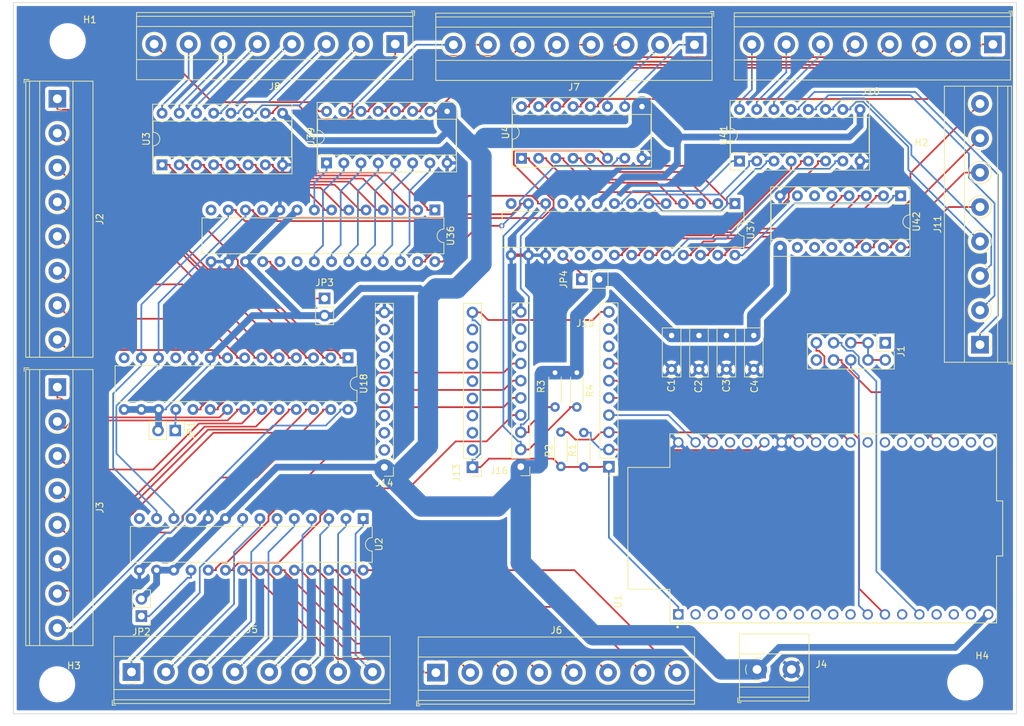
<source format=kicad_pcb>
(kicad_pcb (version 20211014) (generator pcbnew)
  (title_block (title "IO Expander") (date "2023-10-21") (rev "0.1") (company "Hammersen"))
  (layers (0 "F.Cu" signal) (31 "B.Cu" signal) (34 "B.Paste" user) (35 "F.Paste" user) (36 "B.SilkS" user "B.Silkscreen") (37 "F.SilkS" user "F.Silkscreen") (38 "B.Mask" user) (39 "F.Mask" user) (44 "Edge.Cuts" user))
  (net 0 "")
  (net 18 "+5V")
  (net 19 "GND")
  (net 20 "+3V3")
  (net 21 "Net-(J1-Pad6)")
  (net 22 "Net-(J1-Pad7)")
  (net 23 "Net-(J1-Pad8)")
  (net 24 "Net-(J1-Pad9)")
  (net 27 "Net-(J1-Pad2)")
  (net 28 "Net-(J2-Pad1)")
  (net 29 "Net-(J2-Pad2)")
  (net 30 "Net-(J2-Pad3)")
  (net 31 "Net-(J2-Pad4)")
  (net 32 "Net-(J2-Pad5)")
  (net 33 "Net-(J2-Pad6)")
  (net 34 "Net-(J2-Pad7)")
  (net 35 "Net-(J2-Pad8)")
  (net 36 "Net-(J3-Pad1)")
  (net 37 "Net-(J3-Pad2)")
  (net 38 "Net-(J3-Pad3)")
  (net 39 "Net-(J3-Pad4)")
  (net 40 "Net-(J3-Pad5)")
  (net 41 "Net-(J3-Pad6)")
  (net 42 "Net-(J6-Pad1)")
  (net 43 "Net-(J6-Pad2)")
  (net 44 "Net-(J6-Pad3)")
  (net 45 "Net-(J6-Pad4)")
  (net 46 "Net-(J6-Pad5)")
  (net 47 "Net-(J6-Pad6)")
  (net 48 "Net-(J6-Pad7)")
  (net 49 "Net-(J6-Pad8)")
  (net 50 "Net-(J8-Pad1)")
  (net 51 "Net-(J8-Pad2)")
  (net 52 "Net-(J8-Pad3)")
  (net 53 "Net-(J8-Pad4)")
  (net 54 "Net-(J8-Pad5)")
  (net 55 "Net-(J8-Pad6)")
  (net 56 "Net-(J8-Pad7)")
  (net 57 "Net-(J10-Pad7)")
  (net 60 "Net-(J3-Pad7)")
  (net 61 "Net-(J3-Pad8)")
  (net 63 "Net-(J8-Pad8)")
  (net 69 "Net-(J15-Pad4)")
  (net 70 "Net-(J15-Pad5)")
  (net 71 "Net-(U36-Pad8)")
  (net 73 "Net-(U36-Pad21)")
  (net 85 "Net-(U37-Pad1)")
  (net 86 "Net-(U37-Pad2)")
  (net 87 "Net-(U37-Pad3)")
  (net 88 "Net-(U37-Pad4)")
  (net 89 "Net-(U37-Pad5)")
  (net 94 "Net-(U37-Pad21)")
  (net 95 "Net-(U37-Pad22)")
  (net 96 "Net-(U37-Pad23)")
  (net 97 "Net-(U37-Pad24)")
  (net 98 "Net-(U37-Pad25)")
  (net 99 "Net-(U37-Pad26)")
  (net 100 "Net-(U37-Pad28)")
  (net 109 "Net-(U36-Pad22)")
  (net 110 "Net-(U36-Pad23)")
  (net 111 "Net-(U36-Pad24)")
  (net 112 "Net-(U36-Pad25)")
  (net 113 "Net-(U36-Pad26)")
  (net 114 "Net-(J5-Pad1)")
  (net 115 "Net-(J5-Pad2)")
  (net 116 "Net-(J5-Pad3)")
  (net 117 "Net-(J5-Pad4)")
  (net 118 "Net-(J5-Pad5)")
  (net 119 "Net-(J5-Pad6)")
  (net 120 "Net-(J5-Pad7)")
  (net 123 "Net-(J15-Pad2)")
  (net 124 "Net-(J15-Pad3)")
  (net 125 "Net-(J5-Pad8)")
  (net 126 "Net-(J7-Pad1)")
  (net 127 "Net-(J7-Pad2)")
  (net 128 "Net-(J7-Pad3)")
  (net 129 "Net-(J7-Pad4)")
  (net 130 "Net-(J7-Pad5)")
  (net 131 "Net-(J10-Pad1)")
  (net 132 "Net-(J10-Pad2)")
  (net 133 "Net-(J10-Pad3)")
  (net 134 "Net-(J10-Pad4)")
  (net 135 "Net-(J10-Pad5)")
  (net 136 "Net-(J11-Pad1)")
  (net 137 "Net-(JP3-Pad1)")
  (net 138 "Net-(J11-Pad2)")
  (net 139 "Net-(J11-Pad3)")
  (net 140 "Net-(J11-Pad4)")
  (net 141 "Net-(J11-Pad5)")
  (net 142 "Net-(J11-Pad6)")
  (net 143 "Net-(J11-Pad7)")
  (net 144 "Net-(J11-Pad8)")
  (net 148 "Net-(J15-Pad6)")
  (net 149 "Net-(J15-Pad7)")
  (net 151 "Net-(J16-Pad2)")
  (net 152 "Net-(J16-Pad3)")
  (net 153 "Net-(J16-Pad4)")
  (net 154 "Net-(J16-Pad5)")
  (net 155 "Net-(J16-Pad6)")
  (net 156 "Net-(J16-Pad7)")
  (net 157 "Net-(JP1-Pad1)")
  (net 158 "Net-(JP2-Pad1)")
  (net 159 "Net-(JP4-Pad1)")
  (net 167 "Net-(J7-Pad6)")
  (net 168 "Net-(J7-Pad7)")
  (net 169 "Net-(J7-Pad8)")
  (net 170 "Net-(J10-Pad6)")
  (net 171 "Net-(J10-Pad8)")
  (net 172 "Net-(U3-Pad1)")
  (net 173 "Net-(U3-Pad2)")
  (net 174 "Net-(U3-Pad3)")
  (net 175 "Net-(U3-Pad4)")
  (net 176 "Net-(U3-Pad5)")
  (net 177 "Net-(U3-Pad6)")
  (net 178 "Net-(U3-Pad7)")
  (net 179 "Net-(U36-Pad27)")
  (net 180 "Net-(U36-Pad28)")
  (net 181 "Net-(U37-Pad6)")
  (net 182 "Net-(U37-Pad7)")
  (net 183 "Net-(U37-Pad8)")
  (net 184 "Net-(U37-Pad27)")
  (footprint "Connector_PinHeader_2.54mm:PinHeader_1x02_P2.54mm_Vertical" (layer "F.Cu") (at 83.875 40.85 90)
    (fp_text reference "JP4")
    (fp_text value "Jumper_2_Open")
  )
  (footprint "Resistor_THT:R_Axial_DIN0204_L3.6mm_D1.6mm_P5.08mm_Horizontal" (layer "F.Cu") (at 84.175 68.565 90)
    (fp_text reference "R1")
    (fp_text value "10K")
  )
  (footprint "Connector_PinHeader_2.54mm:PinHeader_1x10_P2.54mm_Vertical" (layer "F.Cu") (at 87.875 68.525 180)
    (fp_text reference "J15")
    (fp_text value "Pin Header_01x10")
  )
  (footprint "Package_DIP:DIP-28_W7.62mm" (layer "F.Cu") (at 62.2 30.625 -90)
    (fp_text reference "U36")
    (fp_text value "MCP23017_SP")
  )
  (footprint "Package_DIP:DIP-16_W7.62mm_Socket" (layer "F.Cu") (at 46.225 23.675 90)
    (fp_text reference "U39")
    (fp_text value "ULN2003A")
  )
  (footprint "TerminalBlock_Phoenix:TerminalBlock_Phoenix_MKDS-1,5-2-5.08_1x02_P5.08mm_Horizontal" (layer "F.Cu") (at 109.73 98.455)
    (fp_text reference "J4")
    (fp_text value "Screw_Terminal_01x02")
  )
  (footprint "MountingHole:MountingHole_4.3mm_M4" (layer "F.Cu") (at 131.975 16.875)
    (fp_text reference "H2")
    (fp_text value "4.3mm_Mounting_Hole")
  )
  (footprint "Capacitor_THT:C_Rect_L7.0mm_W2.5mm_P5.00mm" (layer "F.Cu") (at 97.125 49.15 -90)
    (fp_text reference "C1")
    (fp_text value "100n")
  )
  (footprint "Package_DIP:DIP-28_W7.62mm" (layer "F.Cu") (at 51.625 76.175 -90)
    (fp_text reference "U2")
    (fp_text value "MCP23017_SP")
  )
  (footprint "TerminalBlock_Phoenix:TerminalBlock_Phoenix_MKDS-1,5-8-5.08_1x08_P5.08mm_Horizontal" (layer "F.Cu") (at 6.5 56.775 -90)
    (fp_text reference "J3")
    (fp_text value "Screw_Terminal_01x08")
  )
  (footprint "TerminalBlock_Phoenix:TerminalBlock_Phoenix_MKDS-1,5-8-5.08_1x08_P5.08mm_Horizontal" (layer "F.Cu") (at 17.445 98.83)
    (fp_text reference "J5")
    (fp_text value "Screw_Terminal_01x08")
  )
  (footprint "Capacitor_THT:C_Rect_L7.0mm_W2.5mm_P5.00mm" (layer "F.Cu") (at 105.2083 49.15 -90)
    (fp_text reference "C3")
    (fp_text value "100n")
  )
  (footprint "Connector_PinHeader_2.54mm:PinHeader_1x02_P2.54mm_Vertical" (layer "F.Cu") (at 45.925 43.675)
    (fp_text reference "JP3")
    (fp_text value "Jumper_2_Open")
  )
  (footprint "Package_DIP:DIP-16_W7.62mm_Socket" (layer "F.Cu") (at 130.925 28.525 -90)
    (fp_text reference "U42")
    (fp_text value "ULN2003A")
  )
  (footprint "Connector_PinHeader_2.54mm:PinHeader_1x02_P2.54mm_Vertical" (layer "F.Cu") (at 18.9 90.575 180)
    (fp_text reference "JP2")
    (fp_text value "Jumper_2_Open")
  )
  (footprint "TerminalBlock_Phoenix:TerminalBlock_Phoenix_MKDS-1,5-8-5.08_1x08_P5.08mm_Horizontal" (layer "F.Cu") (at 6.5 14.2 -90)
    (fp_text reference "J2")
    (fp_text value "Screw_Terminal_01x08")
  )
  (footprint "TerminalBlock_Phoenix:TerminalBlock_Phoenix_MKDS-1,5-8-5.08_1x08_P5.08mm_Horizontal" (layer "F.Cu") (at 142.63 50.5 90)
    (fp_text reference "J11")
    (fp_text value "Screw_Terminal_01x08")
  )
  (footprint "Package_DIP:DIP-28_W7.62mm" (layer "F.Cu") (at 49.375 52.45 -90)
    (fp_text reference "U18")
    (fp_text value "MCP23017_SP")
  )
  (footprint "Capacitor_THT:C_Rect_L7.0mm_W2.5mm_P5.00mm" (layer "F.Cu") (at 109.25 49.15 -90)
    (fp_text reference "C4")
    (fp_text value "100n")
  )
  (footprint "Resistor_THT:R_Axial_DIN0204_L3.6mm_D1.6mm_P5.08mm_Horizontal" (layer "F.Cu") (at 79.925 54.635 -90)
    (fp_text reference "R4")
    (fp_text value "10K")
  )
  (footprint "Connector_PinHeader_2.54mm:PinHeader_1x02_P2.54mm_Vertical" (layer "F.Cu") (at 23.9 63.175 -90)
    (fp_text reference "JP1")
    (fp_text value "Jumper_2_Open")
  )
  (footprint "Connector_PinHeader_2.54mm:PinHeader_1x10_P2.54mm_Vertical" (layer "F.Cu") (at 67.75 68.595 180)
    (fp_text reference "J13")
    (fp_text value "Pin Header_01x10")
  )
  (footprint "Capacitor_THT:C_Rect_L7.0mm_W2.5mm_P5.00mm" (layer "F.Cu") (at 101.1667 49.15 -90)
    (fp_text reference "C2")
    (fp_text value "100n")
  )
  (footprint "footprints:MODULE_ESP32-DEVKITC" (layer "F.Cu") (at 120.975 77.6275 90)
    (fp_text reference "U1")
    (fp_text value "ESP32-DEVKITC")
  )
  (footprint "TerminalBlock_Phoenix:TerminalBlock_Phoenix_MKDS-1,5-8-5.08_1x08_P5.08mm_Horizontal" (layer "F.Cu") (at 144.53 6.17 180)
    (fp_text reference "J10")
    (fp_text value "Screw_Terminal_01x08")
  )
  (footprint "MountingHole:MountingHole_4.3mm_M4" (layer "F.Cu") (at 6.475 100.65)
    (fp_text reference "H3")
    (fp_text value "4.3mm_Mounting_Hole")
  )
  (footprint "Connector_PinHeader_2.54mm:PinHeader_1x10_P2.54mm_Vertical" (layer "F.Cu") (at 74.875 68.525 180)
    (fp_text reference "J16")
    (fp_text value "Pin Header_01x10")
  )
  (footprint "Connector_PinHeader_2.54mm:PinHeader_1x10_P2.54mm_Vertical" (layer "F.Cu") (at 54.75 68.595 180)
    (fp_text reference "J14")
    (fp_text value "Pin Header_01x10")
  )
  (footprint "Resistor_THT:R_Axial_DIN0204_L3.6mm_D1.6mm_P5.08mm_Horizontal" (layer "F.Cu") (at 80.8 68.49 90)
    (fp_text reference "R2")
    (fp_text value "10K")
  )
  (footprint "Resistor_THT:R_Axial_DIN0204_L3.6mm_D1.6mm_P5.08mm_Horizontal" (layer "F.Cu") (at 83.15 54.635 -90)
    (fp_text reference "R3")
    (fp_text value "10K")
  )
  (footprint "TerminalBlock_Phoenix:TerminalBlock_Phoenix_MKDS-1,5-8-5.08_1x08_P5.08mm_Horizontal" (layer "F.Cu") (at 100.5 6.225 180)
    (fp_text reference "J7")
    (fp_text value "Screw_Terminal_01x08")
  )
  (footprint "Package_DIP:DIP-28_W7.62mm" (layer "F.Cu") (at 106.475 29.675 -90)
    (fp_text reference "U37")
    (fp_text value "MCP23017_SP")
  )
  (footprint "MountingHole:MountingHole_4.3mm_M4" (layer "F.Cu") (at 8.025 5.7)
    (fp_text reference "H1")
    (fp_text value "4.3mm_Mounting_Hole")
  )
  (footprint "Package_DIP:DIP-16_W7.62mm_Socket" (layer "F.Cu") (at 21.95 23.95 90)
    (fp_text reference "U3")
    (fp_text value "ULN2003A")
  )
  (footprint "MountingHole:MountingHole_4.3mm_M4" (layer "F.Cu") (at 140.45 100.375)
    (fp_text reference "H4")
    (fp_text value "4.3mm_Mounting_Hole")
  )
  (footprint "Connector_PinHeader_2.54mm:PinHeader_2x05_P2.54mm_Vertical" (layer "F.Cu") (at 128.65 50.225 -90)
    (fp_text reference "J1")
    (fp_text value "Conn_02x05_Top_Bottom")
  )
  (footprint "Package_DIP:DIP-16_W7.62mm_Socket" (layer "F.Cu") (at 107.15 23.4 90)
    (fp_text reference "U41")
    (fp_text value "ULN2003A")
  )
  (footprint "TerminalBlock_Phoenix:TerminalBlock_Phoenix_MKDS-1,5-8-5.08_1x08_P5.08mm_Horizontal" (layer "F.Cu") (at 56.35 6.125 180)
    (fp_text reference "J8")
    (fp_text value "Screw_Terminal_01x08")
  )
  (footprint "TerminalBlock_Phoenix:TerminalBlock_Phoenix_MKDS-1,5-8-5.08_1x08_P5.08mm_Horizontal" (layer "F.Cu") (at 62.35 98.925)
    (fp_text reference "J6")
    (fp_text value "Screw_Terminal_01x08")
  )
  (footprint "Package_DIP:DIP-16_W7.62mm_Socket" (layer "F.Cu") (at 74.975 22.975 90)
    (fp_text reference "U4")
    (fp_text value "ULN2003A")
  )
  (gr_rect (start 0 0) (end 148 105) (layer "Edge.Cuts") (width 0.1) (fill none))
  (segment (start 23.685 83.795) (end 21.145 83.795) (width 1) (layer "B.Cu") (net 18))
  (segment (start 54.75 68.595) (end 38.885 68.595) (width 1) (layer "B.Cu") (net 18))
  (segment (start 22.5619 60.07) (end 22.5619 59.8365) (width 0.25) (layer "B.Cu") (net 18))
  (segment (start 101.1667 49.15) (end 105.2083 49.15) (width 2) (layer "B.Cu") (net 18))
  (segment (start 39.73 16.33) (end 43.775 20.375) (width 1) (layer "B.Cu") (net 18))
  (segment (start 74.875 71.25) (end 74.875 70.925) (width 3) (layer "B.Cu") (net 18))
  (segment (start 97.25 19.85) (end 92.755 15.355) (width 3) (layer "B.Cu") (net 18))
  (segment (start 35.29 46.215) (end 29.055 52.45) (width 1) (layer "B.Cu") (net 18))
  (segment (start 65.45 42.2) (end 69.075 38.575) (width 3) (layer "B.Cu") (net 18))
  (segment (start 45.925 46.215) (end 42.23 46.215) (width 1) (layer "B.Cu") (net 18))
  (segment (start 86.415 42.985) (end 86.415 40.85) (width 2) (layer "B.Cu") (net 18))
  (segment (start 109.25 46.25) (end 113.145 42.355) (width 2) (layer "B.Cu") (net 18))
  (segment (start 74.875 70.925) (end 71.4 74.4) (width 3) (layer "B.Cu") (net 18))
  (segment (start 97.775 20.375) (end 97.975 20.375) (width 1) (layer "B.Cu") (net 18))
  (segment (start 124.93 15.78) (end 124.93 18.245) (width 1) (layer "B.Cu") (net 18))
  (segment (start 91.275 19.975) (end 92.755 18.495) (width 3) (layer "B.Cu") (net 18))
  (segment (start 21.435 63.1) (end 21.36 63.175) (width 1) (layer "B.Cu") (net 18))
  (segment (start 54.75 68.925) (end 54.75 68.595) (width 1) (layer "B.Cu") (net 18))
  (segment (start 51.225 42.2) (end 47.21 46.215) (width 1) (layer "B.Cu") (net 18))
  (segment (start 83.15 54.635) (end 83.15 46.25) (width 2) (layer "B.Cu") (net 18))
  (segment (start 105.2083 49.15) (end 109.25 49.15) (width 2) (layer "B.Cu") (net 18))
  (segment (start 123.325 19.85) (end 97.25 19.85) (width 1) (layer "B.Cu") (net 18))
  (segment (start 42.23 46.215) (end 34.26 38.245) (width 1) (layer "B.Cu") (net 18))
  (segment (start 69.075 38.575) (end 69.075 22.75) (width 3) (layer "B.Cu") (net 18))
  (segment (start 85.575 93.4) (end 74.875 82.7) (width 3) (layer "B.Cu") (net 18))
  (segment (start 97.25 19.85) (end 97.775 20.375) (width 1) (layer "B.Cu") (net 18))
  (segment (start 74.875 68.525) (end 75.2 68.525) (width 2) (layer "B.Cu") (net 18))
  (segment (start 43.775 20.375) (end 62.675 20.375) (width 1) (layer "B.Cu") (net 18))
  (segment (start 109.25 49.15) (end 109.25 46.25) (width 2) (layer "B.Cu") (net 18))
  (segment (start 99.475 93.4) (end 85.575 93.4) (width 3) (layer "B.Cu") (net 18))
  (segment (start 113.145 42.355) (end 113.145 36.145) (width 2) (layer "B.Cu") (net 18))
  (segment (start 88.825 40.85) (end 97.125 49.15) (width 2) (layer "B.Cu") (net 18))
  (segment (start 78.015 54.635) (end 79.925 54.635) (width 2) (layer "B.Cu") (net 18))
  (segment (start 21.145 85.79) (end 18.9 88.035) (width 1) (layer "B.Cu") (net 18))
  (segment (start 31.305 76.175) (end 23.685 83.795) (width 1) (layer "B.Cu") (net 18))
  (segment (start 109.73 98.455) (end 112.985 95.2) (width 1) (layer "B.Cu") (net 18))
  (segment (start 112.985 95.2) (end 138.972 95.2) (width 1) (layer "B.Cu") (net 18))
  (segment (start 64.005 16.055) (end 64.005 17.68) (width 3) (layer "B.Cu") (net 18))
  (segment (start 69.6 19.975) (end 91.275 19.975) (width 3) (layer "B.Cu") (net 18))
  (segment (start 97.975 20.575) (end 97.975 23.75) (width 1) (layer "B.Cu") (net 18))
  (segment (start 60.225 74.4) (end 56.275 70.45) (width 3) (layer "B.Cu") (net 18))
  (segment (start 34.26 38.245) (end 41.88 30.625) (width 1) (layer "B.Cu") (net 18))
  (segment (start 61.175 43.4) (end 62.375 42.2) (width 3) (layer "B.Cu") (net 18))
  (segment (start 97.775 20.375) (end 97.975 20.575) (width 1) (layer "B.Cu") (net 18))
  (segment (start 61.175 65.4) (end 56.275 70.3) (width 3) (layer "B.Cu") (net 18))
  (segment (start 79.925 54.635) (end 83.15 54.635) (width 2) (layer "B.Cu") (net 18))
  (segment (start 77.9 54.9) (end 77.825 54.825) (width 1) (layer "B.Cu") (net 18))
  (segment (start 18.895 60.07) (end 16.355 60.07) (width 1) (layer "B.Cu") (net 18))
  (segment (start 97.125 49.15) (end 101.1667 49.15) (width 2) (layer "B.Cu") (net 18))
  (segment (start 21.435 60.07) (end 21.435 63.1) (width 1) (layer "B.Cu") (net 18))
  (segment (start 64.005 17.68) (end 64.005 16.055) (width 1) (layer "B.Cu") (net 18))
  (segment (start 59.975 42.2) (end 51.225 42.2) (width 1) (layer "B.Cu") (net 18))
  (segment (start 124.93 18.245) (end 123.325 19.85) (width 1) (layer "B.Cu") (net 18))
  (segment (start 61.175 43.4) (end 59.975 42.2) (width 1) (layer "B.Cu") (net 18))
  (segment (start 74.875 71.25) (end 74.875 70.925) (width 3) (layer "B.Cu") (net 18))
  (segment (start 66.3 19.975) (end 64.005 17.68) (width 3) (layer "B.Cu") (net 18))
  (segment (start 38.885 68.595) (end 31.305 76.175) (width 1) (layer "B.Cu") (net 18))
  (segment (start 74.875 70.925) (end 74.875 68.85) (width 3) (layer "B.Cu") (net 18))
  (segment (start 29.055 53.5769) (end 29.055 52.45) (width 0.25) (layer "B.Cu") (net 18))
  (segment (start 56.275 70.3) (end 56.275 70.45) (width 3) (layer "B.Cu") (net 18))
  (segment (start 86.415 40.85) (end 88.825 40.85) (width 2) (layer "B.Cu") (net 18))
  (segment (start 62.375 42.2) (end 65.45 42.2) (width 3) (layer "B.Cu") (net 18))
  (segment (start 64.005 19.045) (end 64.005 17.68) (width 1) (layer "B.Cu") (net 18))
  (segment (start 83.15 46.25) (end 86.415 42.985) (width 2) (layer "B.Cu") (net 18))
  (segment (start 42.23 46.215) (end 35.29 46.215) (width 1) (layer "B.Cu") (net 18))
  (segment (start 71.4 74.4) (end 60.225 74.4) (width 3) (layer "B.Cu") (net 18))
  (segment (start 96.025 25.7) (end 90.13 25.7) (width 1) (layer "B.Cu") (net 18))
  (segment (start 28.8215 53.5769) (end 29.055 53.5769) (width 0.25) (layer "B.Cu") (net 18))
  (segment (start 92.755 18.495) (end 92.755 15.355) (width 3) (layer "B.Cu") (net 18))
  (segment (start 61.175 43.4) (end 61.175 65.4) (width 3) (layer "B.Cu") (net 18))
  (segment (start 77.9 68.15) (end 77.9 54.9) (width 2) (layer "B.Cu") (net 18))
  (segment (start 75.2 68.525) (end 77.525 68.525) (width 2) (layer "B.Cu") (net 18))
  (segment (start 45.925 46.215) (end 42.23 46.215) (width 1) (layer "B.Cu") (net 18))
  (segment (start 77.825 54.825) (end 78.015 54.635) (width 1) (layer "B.Cu") (net 18))
  (segment (start 69.075 22.75) (end 66.3 19.975) (width 3) (layer "B.Cu") (net 18))
  (segment (start 56.275 70.45) (end 54.75 68.925) (width 3) (layer "B.Cu") (net 18))
  (segment (start 138.972 95.2) (end 143.845 90.3275) (width 1) (layer "B.Cu") (net 18))
  (segment (start 21.145 83.795) (end 21.145 85.79) (width 1) (layer "B.Cu") (net 18))
  (segment (start 90.13 25.7) (end 86.155 29.675) (width 1) (layer "B.Cu") (net 18))
  (segment (start 97.975 23.75) (end 96.025 25.7) (width 1) (layer "B.Cu") (net 18))
  (segment (start 47.21 46.215) (end 45.925 46.215) (width 1) (layer "B.Cu") (net 18))
  (segment (start 21.435 60.07) (end 18.895 60.07) (width 1) (layer "B.Cu") (net 18))
  (segment (start 77.525 68.525) (end 77.9 68.15) (width 1) (layer "B.Cu") (net 18))
  (segment (start 109.73 98.455) (end 104.53 98.455) (width 3) (layer "B.Cu") (net 18))
  (segment (start 75.2 68.525) (end 74.875 68.85) (width 0.25) (layer "B.Cu") (net 18))
  (segment (start 22.5619 59.8365) (end 28.8215 53.5769) (width 0.25) (layer "B.Cu") (net 18))
  (segment (start 66.3 19.975) (end 69.6 19.975) (width 1) (layer "B.Cu") (net 18))
  (segment (start 62.675 20.375) (end 64.005 19.045) (width 1) (layer "B.Cu") (net 18))
  (segment (start 21.435 60.07) (end 22.5619 60.07) (width 0.25) (layer "B.Cu") (net 18))
  (segment (start 104.53 98.455) (end 99.475 93.4) (width 3) (layer "B.Cu") (net 18))
  (segment (start 74.875 82.7) (end 74.875 71.25) (width 3) (layer "B.Cu") (net 18))
  (segment (start 75.995 37.295) (end 73.455 37.295) (width 0.5) (layer "F.Cu") (net 19))
  (segment (start 23.69 81.25) (end 28.765 76.175) (width 1) (layer "B.Cu") (net 19))
  (segment (start 21.15 81.25) (end 23.69 81.25) (width 1) (layer "B.Cu") (net 19))
  (segment (start 115.37 26.3) (end 113.145 28.525) (width 1) (layer "B.Cu") (net 19))
  (segment (start 124 26.3) (end 115.37 26.3) (width 1) (layer "B.Cu") (net 19))
  (segment (start 124.93 25.37) (end 124 26.3) (width 1) (layer "B.Cu") (net 19))
  (segment (start 31.72 38.245) (end 39.34 30.625) (width 1) (layer "B.Cu") (net 19))
  (segment (start 124.93 23.4) (end 124.93 25.37) (width 1) (layer "B.Cu") (net 19))
  (segment (start 18.605 83.795) (end 21.15 81.25) (width 1) (layer "B.Cu") (net 19))
  (segment (start 85.5031 46.86) (end 70.0519 46.86) (width 0.25) (layer "F.Cu") (net 20))
  (segment (start 70.1897 67.3322) (end 79.6422 67.3322) (width 0.25) (layer "F.Cu") (net 20))
  (segment (start 67.75 68.595) (end 68.9269 68.595) (width 0.25) (layer "F.Cu") (net 20))
  (segment (start 87.875 68.525) (end 86.6981 68.525) (width 0.25) (layer "F.Cu") (net 20))
  (segment (start 68.9269 68.595) (end 70.1897 67.3322) (width 0.25) (layer "F.Cu") (net 20))
  (segment (start 86.6981 45.665) (end 85.5031 46.86) (width 0.25) (layer "F.Cu") (net 20))
  (segment (start 86.6581 68.565) (end 84.175 68.565) (width 0.25) (layer "F.Cu") (net 20))
  (segment (start 80.875 68.565) (end 84.175 68.565) (width 0.25) (layer "F.Cu") (net 20))
  (segment (start 70.0519 46.86) (end 68.9269 45.735) (width 0.25) (layer "F.Cu") (net 20))
  (segment (start 79.6422 67.3322) (end 80.8 68.49) (width 0.25) (layer "F.Cu") (net 20))
  (segment (start 68.9269 45.735) (end 67.75 45.735) (width 0.25) (layer "F.Cu") (net 20))
  (segment (start 87.875 45.665) (end 86.6981 45.665) (width 0.25) (layer "F.Cu") (net 20))
  (segment (start 80.8 68.49) (end 80.875 68.565) (width 0.25) (layer "F.Cu") (net 20))
  (segment (start 86.6981 68.525) (end 86.6581 68.565) (width 0.25) (layer "F.Cu") (net 20))
  (segment (start 68.9269 47.721) (end 68.1178 46.9119) (width 0.25) (layer "B.Cu") (net 20))
  (segment (start 67.75 68.595) (end 67.75 67.4181) (width 0.25) (layer "B.Cu") (net 20))
  (segment (start 98.125 90.3275) (end 98.125 89.2356) (width 0.25) (layer "B.Cu") (net 20))
  (segment (start 67.75 46.9119) (end 67.75 45.735) (width 0.25) (layer "B.Cu") (net 20))
  (segment (start 67.75 67.4181) (end 68.1179 67.4181) (width 0.25) (layer "B.Cu") (net 20))
  (segment (start 68.9269 66.6091) (end 68.9269 47.721) (width 0.25) (layer "B.Cu") (net 20))
  (segment (start 87.875 78.9856) (end 87.875 68.525) (width 0.25) (layer "B.Cu") (net 20))
  (segment (start 68.1179 67.4181) (end 68.9269 66.6091) (width 0.25) (layer "B.Cu") (net 20))
  (segment (start 68.1178 46.9119) (end 67.75 46.9119) (width 0.25) (layer "B.Cu") (net 20))
  (segment (start 98.125 89.2356) (end 87.875 78.9856) (width 0.25) (layer "B.Cu") (net 20))
  (segment (start 123.57 52.765) (end 123.57 53.9419) (width 0.25) (layer "B.Cu") (net 21))
  (segment (start 123.57 53.9419) (end 124.747 55.1188) (width 0.25) (layer "B.Cu") (net 21))
  (segment (start 124.747 89.0094) (end 126.065 90.3275) (width 0.25) (layer "B.Cu") (net 21))
  (segment (start 124.747 55.1188) (end 124.747 89.0094) (width 0.25) (layer "B.Cu") (net 21))
  (segment (start 127.335 83.9775) (end 133.685 90.3275) (width 0.25) (layer "B.Cu") (net 22))
  (segment (start 121.03 50.225) (end 122.207 50.225) (width 0.25) (layer "B.Cu") (net 22))
  (segment (start 124.747 53.3198) (end 127.335 55.9079) (width 0.25) (layer "B.Cu") (net 22))
  (segment (start 127.335 55.9079) (end 127.335 83.9775) (width 0.25) (layer "B.Cu") (net 22))
  (segment (start 123.016 51.4019) (end 123.872 51.4019) (width 0.25) (layer "B.Cu") (net 22))
  (segment (start 122.207 50.5929) (end 123.016 51.4019) (width 0.25) (layer "B.Cu") (net 22))
  (segment (start 122.207 50.225) (end 122.207 50.5929) (width 0.25) (layer "B.Cu") (net 22))
  (segment (start 124.747 52.2769) (end 124.747 53.3198) (width 0.25) (layer "B.Cu") (net 22))
  (segment (start 123.872 51.4019) (end 124.747 52.2769) (width 0.25) (layer "B.Cu") (net 22))
  (segment (start 121.03 52.765) (end 122.207 52.765) (width 0.25) (layer "F.Cu") (net 23))
  (segment (start 128.817 57.5193) (end 136.225 64.9275) (width 0.25) (layer "F.Cu") (net 23))
  (segment (start 122.207 52.765) (end 122.207 53.1308) (width 0.25) (layer "F.Cu") (net 23))
  (segment (start 126.595 57.5193) (end 128.817 57.5193) (width 0.25) (layer "F.Cu") (net 23))
  (segment (start 122.207 53.1308) (end 126.595 57.5193) (width 0.25) (layer "F.Cu") (net 23))
  (segment (start 119.667 59.3392) (end 124.795 64.4673) (width 0.25) (layer "F.Cu") (net 24))
  (segment (start 118.858 51.4019) (end 119.667 52.2109) (width 0.25) (layer "F.Cu") (net 24))
  (segment (start 118.49 50.225) (end 118.49 51.4019) (width 0.25) (layer "F.Cu") (net 24))
  (segment (start 124.795 64.4673) (end 124.795 86.5175) (width 0.25) (layer "F.Cu") (net 24))
  (segment (start 124.795 86.5175) (end 128.605 90.3275) (width 0.25) (layer "F.Cu") (net 24))
  (segment (start 118.49 51.4019) (end 118.858 51.4019) (width 0.25) (layer "F.Cu") (net 24))
  (segment (start 119.667 52.2109) (end 119.667 59.3392) (width 0.25) (layer "F.Cu") (net 24))
  (segment (start 123.57 50.225) (end 126.11 50.225) (width 0.25) (layer "F.Cu") (net 27))
  (segment (start 126.11 52.765) (end 128.65 52.765) (width 0.25) (layer "F.Cu") (net 27))
  (segment (start 126.11 50.225) (end 126.11 52.765) (width 0.25) (layer "B.Cu") (net 27))
  (segment (start 47.4 51.3201) (end 45.7414 51.3201) (width 0.25) (layer "F.Cu") (net 28))
  (segment (start 6.5 14.2) (end 6.5 15.8269) (width 0.25) (layer "F.Cu") (net 28))
  (segment (start 49.375 52.45) (end 48.2481 52.45) (width 0.25) (layer "F.Cu") (net 28))
  (segment (start 8.1269 15.8269) (end 6.5 15.8269) (width 0.25) (layer "F.Cu") (net 28))
  (segment (start 48.2481 52.45) (end 48.2481 52.1682) (width 0.25) (layer "F.Cu") (net 28))
  (segment (start 33.1331 38.0519) (end 11.2812 16.2) (width 0.25) (layer "F.Cu") (net 28))
  (segment (start 45.7414 51.3201) (end 33.1331 38.7118) (width 0.25) (layer "F.Cu") (net 28))
  (segment (start 33.1331 38.7118) (end 33.1331 38.0519) (width 0.25) (layer "F.Cu") (net 28))
  (segment (start 11.2812 16.2) (end 8.5 16.2) (width 0.25) (layer "F.Cu") (net 28))
  (segment (start 48.2481 52.1682) (end 47.4 51.3201) (width 0.25) (layer "F.Cu") (net 28))
  (segment (start 8.5 16.2) (end 8.1269 15.8269) (width 0.25) (layer "F.Cu") (net 28))
  (segment (start 8.5 21.28) (end 6.5 19.28) (width 0.25) (layer "F.Cu") (net 29))
  (segment (start 46.835 52.45) (end 45.7081 52.45) (width 0.25) (layer "F.Cu") (net 29))
  (segment (start 28.7132 39.3719) (end 10.6213 21.28) (width 0.25) (layer "F.Cu") (net 29))
  (segment (start 32.8251 39.3719) (end 28.7132 39.3719) (width 0.25) (layer "F.Cu") (net 29))
  (segment (start 45.7081 52.2549) (end 32.8251 39.3719) (width 0.25) (layer "F.Cu") (net 29))
  (segment (start 10.6213 21.28) (end 8.5 21.28) (width 0.25) (layer "F.Cu") (net 29))
  (segment (start 45.7081 52.45) (end 45.7081 52.2549) (width 0.25) (layer "F.Cu") (net 29))
  (segment (start 28.83 40.3471) (end 31.2924 40.3471) (width 0.25) (layer "F.Cu") (net 30))
  (segment (start 31.2924 40.3471) (end 43.1681 52.2228) (width 0.25) (layer "F.Cu") (net 30))
  (segment (start 43.1681 52.45) (end 44.295 52.45) (width 0.25) (layer "F.Cu") (net 30))
  (segment (start 14.8429 26.36) (end 28.83 40.3471) (width 0.25) (layer "F.Cu") (net 30))
  (segment (start 8.5 26.36) (end 14.8429 26.36) (width 0.25) (layer "F.Cu") (net 30))
  (segment (start 8.5 26.36) (end 6.5 24.36) (width 0.25) (layer "F.Cu") (net 30))
  (segment (start 43.1681 52.2228) (end 43.1681 52.45) (width 0.25) (layer "F.Cu") (net 30))
  (segment (start 8.5 31.44) (end 19.2817 31.44) (width 0.25) (layer "F.Cu") (net 31))
  (segment (start 28.6407 40.799) (end 29.2085 40.799) (width 0.25) (layer "F.Cu") (net 31))
  (segment (start 8.5 31.44) (end 6.5 29.44) (width 0.25) (layer "F.Cu") (net 31))
  (segment (start 19.2817 31.44) (end 28.6407 40.799) (width 0.25) (layer "F.Cu") (net 31))
  (segment (start 40.6281 52.45) (end 41.755 52.45) (width 0.25) (layer "F.Cu") (net 31))
  (segment (start 29.2085 40.799) (end 40.6281 52.2186) (width 0.25) (layer "F.Cu") (net 31))
  (segment (start 40.6281 52.2186) (end 40.6281 52.45) (width 0.25) (layer "F.Cu") (net 31))
  (segment (start 38.0881 52.2165) (end 22.3916 36.52) (width 0.25) (layer "F.Cu") (net 32))
  (segment (start 8.5 36.52) (end 6.5 34.52) (width 0.25) (layer "F.Cu") (net 32))
  (segment (start 22.3916 36.52) (end 8.5 36.52) (width 0.25) (layer "F.Cu") (net 32))
  (segment (start 39.215 52.45) (end 38.0881 52.45) (width 0.25) (layer "F.Cu") (net 32))
  (segment (start 38.0881 52.45) (end 38.0881 52.2165) (width 0.25) (layer "F.Cu") (net 32))
  (segment (start 35.5481 52.45) (end 36.675 52.45) (width 0.25) (layer "F.Cu") (net 33))
  (segment (start 24.9274 41.6) (end 35.5481 52.2207) (width 0.25) (layer "F.Cu") (net 33))
  (segment (start 35.5481 52.2207) (end 35.5481 52.45) (width 0.25) (layer "F.Cu") (net 33))
  (segment (start 8.5 41.6) (end 6.5 39.6) (width 0.25) (layer "F.Cu") (net 33))
  (segment (start 8.5 41.6) (end 24.9274 41.6) (width 0.25) (layer "F.Cu") (net 33))
  (segment (start 33.0081 52.2165) (end 33.0081 52.45) (width 0.25) (layer "F.Cu") (net 34))
  (segment (start 27.4716 46.68) (end 33.0081 52.2165) (width 0.25) (layer "F.Cu") (net 34))
  (segment (start 33.0081 52.45) (end 34.135 52.45) (width 0.25) (layer "F.Cu") (net 34))
  (segment (start 8.5 46.68) (end 27.4716 46.68) (width 0.25) (layer "F.Cu") (net 34))
  (segment (start 8.5 46.68) (end 6.5 44.68) (width 0.25) (layer "F.Cu") (net 34))
  (segment (start 30.4681 52.2165) (end 29.5489 51.2973) (width 0.25) (layer "F.Cu") (net 35))
  (segment (start 29.5489 51.2973) (end 8.0373 51.2973) (width 0.25) (layer "F.Cu") (net 35))
  (segment (start 31.595 52.45) (end 30.4681 52.45) (width 0.25) (layer "F.Cu") (net 35))
  (segment (start 8.0373 51.2973) (end 6.5 49.76) (width 0.25) (layer "F.Cu") (net 35))
  (segment (start 30.4681 52.45) (end 30.4681 52.2165) (width 0.25) (layer "F.Cu") (net 35))
  (segment (start 7.0154 58.4019) (end 6.5 58.4019) (width 0.25) (layer "F.Cu") (net 36))
  (segment (start 30.4222 61.2428) (end 10.6697 61.2428) (width 0.25) (layer "F.Cu") (net 36))
  (segment (start 31.595 60.07) (end 30.4222 61.2428) (width 0.25) (layer "F.Cu") (net 36))
  (segment (start 7.3885 58.775) (end 7.0154 58.4019) (width 0.25) (layer "F.Cu") (net 36))
  (segment (start 8.2019 58.775) (end 7.3885 58.775) (width 0.25) (layer "F.Cu") (net 36))
  (segment (start 6.5 56.775) (end 6.5 58.4019) (width 0.25) (layer "F.Cu") (net 36))
  (segment (start 10.6697 61.2428) (end 8.2019 58.775) (width 0.25) (layer "F.Cu") (net 36))
  (segment (start 31.6169 61.6947) (end 8.7353 61.6947) (width 0.25) (layer "F.Cu") (net 37))
  (segment (start 33.0081 60.07) (end 33.0081 60.3035) (width 0.25) (layer "F.Cu") (net 37))
  (segment (start 7.6552 62.7748) (end 7.4198 62.7748) (width 0.25) (layer "F.Cu") (net 37))
  (segment (start 8.7353 61.6947) (end 7.6552 62.7748) (width 0.25) (layer "F.Cu") (net 37))
  (segment (start 7.4198 62.7748) (end 6.5 61.855) (width 0.25) (layer "F.Cu") (net 37))
  (segment (start 34.135 60.07) (end 33.0081 60.07) (width 0.25) (layer "F.Cu") (net 37))
  (segment (start 33.0081 60.3035) (end 31.6169 61.6947) (width 0.25) (layer "F.Cu") (net 37))
  (segment (start 36.675 60.07) (end 35.5481 60.07) (width 0.25) (layer "F.Cu") (net 38))
  (segment (start 33.7042 62.1474) (end 27.4113 62.1474) (width 0.25) (layer "F.Cu") (net 38))
  (segment (start 27.4113 62.1474) (end 20.6237 68.935) (width 0.25) (layer "F.Cu") (net 38))
  (segment (start 35.5481 60.3035) (end 33.7042 62.1474) (width 0.25) (layer "F.Cu") (net 38))
  (segment (start 8.5 68.935) (end 6.5 66.935) (width 0.25) (layer "F.Cu") (net 38))
  (segment (start 20.6237 68.935) (end 8.5 68.935) (width 0.25) (layer "F.Cu") (net 38))
  (segment (start 35.5481 60.07) (end 35.5481 60.3035) (width 0.25) (layer "F.Cu") (net 38))
  (segment (start 39.215 60.07) (end 38.0881 60.07) (width 0.25) (layer "F.Cu") (net 39))
  (segment (start 28.2386 62.6005) (end 16.8241 74.015) (width 0.25) (layer "F.Cu") (net 39))
  (segment (start 38.0881 60.07) (end 38.0881 60.3035) (width 0.25) (layer "F.Cu") (net 39))
  (segment (start 35.7911 62.6005) (end 28.2386 62.6005) (width 0.25) (layer "F.Cu") (net 39))
  (segment (start 8.5 74.015) (end 6.5 72.015) (width 0.25) (layer "F.Cu") (net 39))
  (segment (start 38.0881 60.3035) (end 35.7911 62.6005) (width 0.25) (layer "F.Cu") (net 39))
  (segment (start 16.8241 74.015) (end 8.5 74.015) (width 0.25) (layer "F.Cu") (net 39))
  (segment (start 40.6281 60.07) (end 41.755 60.07) (width 0.25) (layer "F.Cu") (net 40))
  (segment (start 28.743 63.0534) (end 37.8782 63.0534) (width 0.25) (layer "F.Cu") (net 40))
  (segment (start 40.6281 60.3035) (end 40.6281 60.07) (width 0.25) (layer "F.Cu") (net 40))
  (segment (start 8.5 79.095) (end 12.7014 79.095) (width 0.25) (layer "F.Cu") (net 40))
  (segment (start 12.7014 79.095) (end 28.743 63.0534) (width 0.25) (layer "F.Cu") (net 40))
  (segment (start 8.5 79.095) (end 6.5 77.095) (width 0.25) (layer "F.Cu") (net 40))
  (segment (start 37.8782 63.0534) (end 40.6281 60.3035) (width 0.25) (layer "F.Cu") (net 40))
  (segment (start 7.7211 84.175) (end 8.8671 84.175) (width 0.25) (layer "F.Cu") (net 41))
  (segment (start 6.5 82.9539) (end 6.5 82.175) (width 0.25) (layer "F.Cu") (net 41))
  (segment (start 43.1681 60.3035) (end 43.1681 60.07) (width 0.25) (layer "F.Cu") (net 41))
  (segment (start 8.8671 84.175) (end 29.5353 63.5068) (width 0.25) (layer "F.Cu") (net 41))
  (segment (start 7.7211 84.175) (end 6.5 82.9539) (width 0.25) (layer "F.Cu") (net 41))
  (segment (start 43.1681 60.07) (end 44.295 60.07) (width 0.25) (layer "F.Cu") (net 41))
  (segment (start 29.5353 63.5068) (end 39.9648 63.5068) (width 0.25) (layer "F.Cu") (net 41))
  (segment (start 39.9648 63.5068) (end 43.1681 60.3035) (width 0.25) (layer "F.Cu") (net 41))
  (segment (start 58.6922 96.8941) (end 60.7231 98.925) (width 0.25) (layer "F.Cu") (net 42))
  (segment (start 34.9719 83.795) (end 34.9719 84.0285) (width 0.25) (layer "F.Cu") (net 42))
  (segment (start 34.9719 84.0285) (end 47.8375 96.8941) (width 0.25) (layer "F.Cu") (net 42))
  (segment (start 47.8375 96.8941) (end 58.6922 96.8941) (width 0.25) (layer "F.Cu") (net 42))
  (segment (start 33.845 83.795) (end 34.9719 83.795) (width 0.25) (layer "F.Cu") (net 42))
  (segment (start 60.7231 98.925) (end 62.35 98.925) (width 0.25) (layer "F.Cu") (net 42))
  (segment (start 49.4752 95.9918) (end 64.4968 95.9918) (width 0.25) (layer "F.Cu") (net 43))
  (segment (start 37.5119 83.795) (end 37.5119 84.0285) (width 0.25) (layer "F.Cu") (net 43))
  (segment (start 37.5119 84.0285) (end 49.4752 95.9918) (width 0.25) (layer "F.Cu") (net 43))
  (segment (start 36.385 83.795) (end 37.5119 83.795) (width 0.25) (layer "F.Cu") (net 43))
  (segment (start 64.4968 95.9918) (end 67.43 98.925) (width 0.25) (layer "F.Cu") (net 43))
  (segment (start 40.0519 84.0243) (end 50.6652 94.6376) (width 0.25) (layer "F.Cu") (net 44))
  (segment (start 68.2226 94.6376) (end 72.51 98.925) (width 0.25) (layer "F.Cu") (net 44))
  (segment (start 50.6652 94.6376) (end 68.2226 94.6376) (width 0.25) (layer "F.Cu") (net 44))
  (segment (start 40.0519 83.795) (end 40.0519 84.0243) (width 0.25) (layer "F.Cu") (net 44))
  (segment (start 38.925 83.795) (end 40.0519 83.795) (width 0.25) (layer "F.Cu") (net 44))
  (segment (start 42.5919 83.795) (end 42.5919 84.0228) (width 0.25) (layer "F.Cu") (net 45))
  (segment (start 52.7548 94.1857) (end 72.8507 94.1857) (width 0.25) (layer "F.Cu") (net 45))
  (segment (start 72.8507 94.1857) (end 77.59 98.925) (width 0.25) (layer "F.Cu") (net 45))
  (segment (start 42.5919 84.0228) (end 52.7548 94.1857) (width 0.25) (layer "F.Cu") (net 45))
  (segment (start 41.465 83.795) (end 42.5919 83.795) (width 0.25) (layer "F.Cu") (net 45))
  (segment (start 44.005 83.795) (end 45.1319 83.795) (width 0.25) (layer "F.Cu") (net 46))
  (segment (start 45.1319 83.795) (end 45.1319 84.0285) (width 0.25) (layer "F.Cu") (net 46))
  (segment (start 45.1319 84.0285) (end 54.8372 93.7338) (width 0.25) (layer "F.Cu") (net 46))
  (segment (start 54.8372 93.7338) (end 77.4788 93.7338) (width 0.25) (layer "F.Cu") (net 46))
  (segment (start 77.4788 93.7338) (end 82.67 98.925) (width 0.25) (layer "F.Cu") (net 46))
  (segment (start 87.75 98.925) (end 78.4892 89.6642) (width 0.25) (layer "F.Cu") (net 47))
  (segment (start 78.4892 89.6642) (end 53.3139 89.6642) (width 0.25) (layer "F.Cu") (net 47))
  (segment (start 53.3139 89.6642) (end 47.6719 84.0222) (width 0.25) (layer "F.Cu") (net 47))
  (segment (start 47.6719 84.0222) (end 47.6719 83.795) (width 0.25) (layer "F.Cu") (net 47))
  (segment (start 47.6719 83.795) (end 46.545 83.795) (width 0.25) (layer "F.Cu") (net 47))
  (segment (start 92.83 98.925) (end 83.1173 89.2123) (width 0.25) (layer "F.Cu") (net 48))
  (segment (start 55.3957 89.2123) (end 50.2119 84.0285) (width 0.25) (layer "F.Cu") (net 48))
  (segment (start 50.2119 84.0285) (end 50.2119 83.795) (width 0.25) (layer "F.Cu") (net 48))
  (segment (start 83.1173 89.2123) (end 55.3957 89.2123) (width 0.25) (layer "F.Cu") (net 48))
  (segment (start 50.2119 83.795) (end 49.085 83.795) (width 0.25) (layer "F.Cu") (net 48))
  (segment (start 97.91 98.925) (end 82.78 83.795) (width 0.25) (layer "F.Cu") (net 49))
  (segment (start 82.78 83.795) (end 51.625 83.795) (width 0.25) (layer "F.Cu") (net 49))
  (segment (start 56.35 7.7519) (end 56.35 6.125) (width 0.25) (layer "F.Cu") (net 50))
  (segment (start 42.1013 15.1771) (end 44.1569 17.2327) (width 0.25) (layer "F.Cu") (net 50))
  (segment (start 50.035 14.0669) (end 56.35 7.7519) (width 0.25) (layer "F.Cu") (net 50))
  (segment (start 50.035 16.4179) (end 50.035 14.0669) (width 0.25) (layer "F.Cu") (net 50))
  (segment (start 49.2202 17.2327) (end 50.035 16.4179) (width 0.25) (layer "F.Cu") (net 50))
  (segment (start 44.1569 17.2327) (end 49.2202 17.2327) (width 0.25) (layer "F.Cu") (net 50))
  (segment (start 38.3169 16.0965) (end 39.2363 15.1771) (width 0.25) (layer "F.Cu") (net 50))
  (segment (start 38.3169 16.33) (end 38.3169 16.0965) (width 0.25) (layer "F.Cu") (net 50))
  (segment (start 37.19 16.33) (end 38.3169 16.33) (width 0.25) (layer "F.Cu") (net 50))
  (segment (start 39.2363 15.1771) (end 42.1013 15.1771) (width 0.25) (layer "F.Cu") (net 50))
  (segment (start 36.7171 15.1563) (end 42.2387 15.1563) (width 0.25) (layer "B.Cu") (net 51))
  (segment (start 42.2387 15.1563) (end 51.27 6.125) (width 0.25) (layer "B.Cu") (net 51))
  (segment (start 35.7769 16.0965) (end 36.7171 15.1563) (width 0.25) (layer "B.Cu") (net 51))
  (segment (start 34.65 16.33) (end 35.7769 16.33) (width 0.25) (layer "B.Cu") (net 51))
  (segment (start 35.7769 16.33) (end 35.7769 16.0965) (width 0.25) (layer "B.Cu") (net 51))
  (segment (start 33.2369 16.33) (end 32.11 16.33) (width 0.25) (layer "B.Cu") (net 52))
  (segment (start 34.677 14.6564) (end 33.2369 16.0965) (width 0.25) (layer "B.Cu") (net 52))
  (segment (start 46.19 6.125) (end 37.6586 14.6564) (width 0.25) (layer "B.Cu") (net 52))
  (segment (start 37.6586 14.6564) (end 34.677 14.6564) (width 0.25) (layer "B.Cu") (net 52))
  (segment (start 33.2369 16.0965) (end 33.2369 16.33) (width 0.25) (layer "B.Cu") (net 52))
  (segment (start 30.6969 16.33) (end 30.6969 16.0965) (width 0.25) (layer "B.Cu") (net 53))
  (segment (start 30.6969 16.0965) (end 40.6684 6.125) (width 0.25) (layer "B.Cu") (net 53))
  (segment (start 40.6684 6.125) (end 41.11 6.125) (width 0.25) (layer "B.Cu") (net 53))
  (segment (start 29.57 16.33) (end 30.6969 16.33) (width 0.25) (layer "B.Cu") (net 53))
  (segment (start 36.03 6.2031) (end 36.03 6.125) (width 0.25) (layer "B.Cu") (net 54))
  (segment (start 27.03 16.33) (end 27.03 15.2031) (width 0.25) (layer "B.Cu") (net 54))
  (segment (start 27.03 15.2031) (end 36.03 6.2031) (width 0.25) (layer "B.Cu") (net 54))
  (segment (start 30.95 8.7431) (end 30.95 6.125) (width 0.25) (layer "B.Cu") (net 55))
  (segment (start 24.49 16.33) (end 24.49 15.2031) (width 0.25) (layer "B.Cu") (net 55))
  (segment (start 24.49 15.2031) (end 30.95 8.7431) (width 0.25) (layer "B.Cu") (net 55))
  (segment (start 25.87 11.2831) (end 25.87 6.125) (width 0.25) (layer "B.Cu") (net 56))
  (segment (start 21.95 15.2031) (end 25.87 11.2831) (width 0.25) (layer "B.Cu") (net 56))
  (segment (start 21.95 16.33) (end 21.95 15.2031) (width 0.25) (layer "B.Cu") (net 56))
  (segment (start 109.69 15.78) (end 109.69 14.6531) (width 0.25) (layer "B.Cu") (net 57))
  (segment (start 114.05 10.2931) (end 114.05 6.17) (width 0.25) (layer "B.Cu") (net 57))
  (segment (start 109.69 14.6531) (end 114.05 10.2931) (width 0.25) (layer "B.Cu") (net 57))
  (segment (start 6.9275 86.8275) (end 6.5 87.255) (width 0.25) (layer "F.Cu") (net 60))
  (segment (start 45.7081 60.07) (end 45.7081 60.3035) (width 0.25) (layer "F.Cu") (net 60))
  (segment (start 30.6399 70.1163) (end 24.955 75.8012) (width 0.25) (layer "F.Cu") (net 60))
  (segment (start 24.955 76.5528) (end 23.2733 78.2345) (width 0.25) (layer "F.Cu") (net 60))
  (segment (start 45.7081 60.3035) (end 35.8953 70.1163) (width 0.25) (layer "F.Cu") (net 60))
  (segment (start 46.835 60.07) (end 45.7081 60.07) (width 0.25) (layer "F.Cu") (net 60))
  (segment (start 23.2733 78.2345) (end 17.5955 78.2345) (width 0.25) (layer "F.Cu") (net 60))
  (segment (start 35.8953 70.1163) (end 30.6399 70.1163) (width 0.25) (layer "F.Cu") (net 60))
  (segment (start 9.0025 86.8275) (end 6.9275 86.8275) (width 0.25) (layer "F.Cu") (net 60))
  (segment (start 17.5955 78.2345) (end 9.0025 86.8275) (width 0.25) (layer "F.Cu") (net 60))
  (segment (start 24.955 75.8012) (end 24.955 76.5528) (width 0.25) (layer "F.Cu") (net 60))
  (segment (start 22.488 78.3112) (end 8.4642 92.335) (width 0.25) (layer "B.Cu") (net 61))
  (segment (start 48.2481 60.07) (end 48.2481 60.3035) (width 0.25) (layer "B.Cu") (net 61))
  (segment (start 8.4642 92.335) (end 6.5 92.335) (width 0.25) (layer "B.Cu") (net 61))
  (segment (start 25.0754 76.3785) (end 23.1427 78.3112) (width 0.25) (layer "B.Cu") (net 61))
  (segment (start 23.1427 78.3112) (end 22.488 78.3112) (width 0.25) (layer "B.Cu") (net 61))
  (segment (start 49.375 60.07) (end 48.2481 60.07) (width 0.25) (layer "B.Cu") (net 61))
  (segment (start 38.3378 62.4435) (end 25.0754 75.7059) (width 0.25) (layer "B.Cu") (net 61))
  (segment (start 25.0754 75.7059) (end 25.0754 76.3785) (width 0.25) (layer "B.Cu") (net 61))
  (segment (start 48.2481 60.3035) (end 46.1081 62.4435) (width 0.25) (layer "B.Cu") (net 61))
  (segment (start 46.1081 62.4435) (end 38.3378 62.4435) (width 0.25) (layer "B.Cu") (net 61))
  (segment (start 43.7409 14.6978) (end 29.3628 14.6978) (width 0.25) (layer "F.Cu") (net 63))
  (segment (start 29.3628 14.6978) (end 20.79 6.125) (width 0.25) (layer "F.Cu") (net 63))
  (segment (start 46.225 16.055) (end 45.0981 16.055) (width 0.25) (layer "F.Cu") (net 63))
  (segment (start 45.0981 16.055) (end 43.7409 14.6978) (width 0.25) (layer "F.Cu") (net 63))
  (segment (start 96.6425 60.905) (end 87.875 60.905) (width 0.25) (layer "B.Cu") (net 69))
  (segment (start 100.665 64.9275) (end 96.6425 60.905) (width 0.25) (layer "B.Cu") (net 69))
  (segment (start 109.342 58.365) (end 87.875 58.365) (width 0.25) (layer "F.Cu") (net 70))
  (segment (start 115.905 64.9275) (end 109.342 58.365) (width 0.25) (layer "F.Cu") (net 70))
  (segment (start 44.42 26.6069) (end 44.42 30.625) (width 0.25) (layer "B.Cu") (net 71))
  (segment (start 46.225 24.8019) (end 44.42 26.6069) (width 0.25) (layer "B.Cu") (net 71))
  (segment (start 46.225 23.675) (end 46.225 24.8019) (width 0.25) (layer "B.Cu") (net 71))
  (segment (start 48.765 24.8019) (end 48.765 23.675) (width 0.25) (layer "B.Cu") (net 73))
  (segment (start 44.42 38.245) (end 44.42 37.1181) (width 0.25) (layer "B.Cu") (net 73))
  (segment (start 45.69 27.8769) (end 48.765 24.8019) (width 0.25) (layer "B.Cu") (net 73))
  (segment (start 44.42 37.1181) (end 45.69 35.8481) (width 0.25) (layer "B.Cu") (net 73))
  (segment (start 45.69 35.8481) (end 45.69 27.8769) (width 0.25) (layer "B.Cu") (net 73))
  (segment (start 86.2619 23.1556) (end 86.2619 22.975) (width 0.25) (layer "F.Cu") (net 85))
  (segment (start 87.2082 24.1019) (end 86.2619 23.1556) (width 0.25) (layer "F.Cu") (net 85))
  (segment (start 106.475 29.675) (end 105.348 29.675) (width 0.25) (layer "F.Cu") (net 85))
  (segment (start 105.348 29.3933) (end 100.057 24.1019) (width 0.25) (layer "F.Cu") (net 85))
  (segment (start 100.057 24.1019) (end 87.2082 24.1019) (width 0.25) (layer "F.Cu") (net 85))
  (segment (start 105.348 29.675) (end 105.348 29.3933) (width 0.25) (layer "F.Cu") (net 85))
  (segment (start 86.2619 22.975) (end 85.135 22.975) (width 0.25) (layer "F.Cu") (net 85))
  (segment (start 83.7219 23.2567) (end 85.4694 25.0042) (width 0.25) (layer "F.Cu") (net 86))
  (segment (start 102.808 29.4415) (end 102.808 29.675) (width 0.25) (layer "F.Cu") (net 86))
  (segment (start 98.3708 25.0042) (end 102.808 29.4415) (width 0.25) (layer "F.Cu") (net 86))
  (segment (start 83.7219 22.975) (end 83.7219 23.2567) (width 0.25) (layer "F.Cu") (net 86))
  (segment (start 102.808 29.675) (end 103.935 29.675) (width 0.25) (layer "F.Cu") (net 86))
  (segment (start 82.595 22.975) (end 83.7219 22.975) (width 0.25) (layer "F.Cu") (net 86))
  (segment (start 85.4694 25.0042) (end 98.3708 25.0042) (width 0.25) (layer "F.Cu") (net 86))
  (segment (start 100.268 29.675) (end 101.395 29.675) (width 0.25) (layer "F.Cu") (net 87))
  (segment (start 84.063 26.1378) (end 96.9623 26.1378) (width 0.25) (layer "F.Cu") (net 87))
  (segment (start 81.1819 22.975) (end 81.1819 23.2567) (width 0.25) (layer "F.Cu") (net 87))
  (segment (start 81.1819 23.2567) (end 84.063 26.1378) (width 0.25) (layer "F.Cu") (net 87))
  (segment (start 80.055 22.975) (end 81.1819 22.975) (width 0.25) (layer "F.Cu") (net 87))
  (segment (start 100.268 29.4436) (end 100.268 29.675) (width 0.25) (layer "F.Cu") (net 87))
  (segment (start 96.9623 26.1378) (end 100.268 29.4436) (width 0.25) (layer "F.Cu") (net 87))
  (segment (start 82.0231 26.5897) (end 94.9204 26.5897) (width 0.25) (layer "F.Cu") (net 88))
  (segment (start 78.6419 22.975) (end 78.6419 23.2085) (width 0.25) (layer "F.Cu") (net 88))
  (segment (start 97.7281 29.675) (end 98.855 29.675) (width 0.25) (layer "F.Cu") (net 88))
  (segment (start 78.6419 23.2085) (end 82.0231 26.5897) (width 0.25) (layer "F.Cu") (net 88))
  (segment (start 97.7281 29.3974) (end 97.7281 29.675) (width 0.25) (layer "F.Cu") (net 88))
  (segment (start 77.515 22.975) (end 78.6419 22.975) (width 0.25) (layer "F.Cu") (net 88))
  (segment (start 94.9204 26.5897) (end 97.7281 29.3974) (width 0.25) (layer "F.Cu") (net 88))
  (segment (start 95.1881 29.675) (end 95.1881 29.4415) (width 0.25) (layer "F.Cu") (net 89))
  (segment (start 76.1019 22.975) (end 74.975 22.975) (width 0.25) (layer "F.Cu") (net 89))
  (segment (start 93.7279 27.9813) (end 80.8265 27.9813) (width 0.25) (layer "F.Cu") (net 89))
  (segment (start 76.1019 23.2567) (end 76.1019 22.975) (width 0.25) (layer "F.Cu") (net 89))
  (segment (start 96.315 29.675) (end 95.1881 29.675) (width 0.25) (layer "F.Cu") (net 89))
  (segment (start 80.8265 27.9813) (end 76.1019 23.2567) (width 0.25) (layer "F.Cu") (net 89))
  (segment (start 95.1881 29.4415) (end 93.7279 27.9813) (width 0.25) (layer "F.Cu") (net 89))
  (segment (start 114.77 23.4) (end 114.77 24.5269) (width 0.25) (layer "F.Cu") (net 94))
  (segment (start 114.77 24.5269) (end 105.842 33.4552) (width 0.25) (layer "F.Cu") (net 94))
  (segment (start 89.8219 37.0615) (end 89.8219 37.295) (width 0.25) (layer "F.Cu") (net 94))
  (segment (start 93.4282 33.4552) (end 89.8219 37.0615) (width 0.25) (layer "F.Cu") (net 94))
  (segment (start 89.8219 37.295) (end 88.695 37.295) (width 0.25) (layer "F.Cu") (net 94))
  (segment (start 105.842 33.4552) (end 93.4282 33.4552) (width 0.25) (layer "F.Cu") (net 94))
  (segment (start 116.183 23.7699) (end 106.046 33.9071) (width 0.25) (layer "F.Cu") (net 95))
  (segment (start 117.31 23.4) (end 116.183 23.4) (width 0.25) (layer "F.Cu") (net 95))
  (segment (start 92.3619 37.295) (end 91.235 37.295) (width 0.25) (layer "F.Cu") (net 95))
  (segment (start 103.384 33.9071) (end 102.932 34.359) (width 0.25) (layer "F.Cu") (net 95))
  (segment (start 95.0644 34.359) (end 92.3619 37.0615) (width 0.25) (layer "F.Cu") (net 95))
  (segment (start 116.183 23.4) (end 116.183 23.7699) (width 0.25) (layer "F.Cu") (net 95))
  (segment (start 92.3619 37.0615) (end 92.3619 37.295) (width 0.25) (layer "F.Cu") (net 95))
  (segment (start 106.046 33.9071) (end 103.384 33.9071) (width 0.25) (layer "F.Cu") (net 95))
  (segment (start 102.932 34.359) (end 95.0644 34.359) (width 0.25) (layer "F.Cu") (net 95))
  (segment (start 103.119 34.8109) (end 97.1525 34.8109) (width 0.25) (layer "F.Cu") (net 96))
  (segment (start 110.357 32.9243) (end 109.724 32.9243) (width 0.25) (layer "F.Cu") (net 96))
  (segment (start 94.9019 37.0615) (end 94.9019 37.295) (width 0.25) (layer "F.Cu") (net 96))
  (segment (start 108.289 34.359) (end 103.571 34.359) (width 0.25) (layer "F.Cu") (net 96))
  (segment (start 114.415 28.1383) (end 114.415 28.866) (width 0.25) (layer "F.Cu") (net 96))
  (segment (start 119.85 23.4) (end 118.723 23.4) (width 0.25) (layer "F.Cu") (net 96))
  (segment (start 118.723 23.8302) (end 114.415 28.1383) (width 0.25) (layer "F.Cu") (net 96))
  (segment (start 103.571 34.359) (end 103.119 34.8109) (width 0.25) (layer "F.Cu") (net 96))
  (segment (start 94.9019 37.295) (end 93.775 37.295) (width 0.25) (layer "F.Cu") (net 96))
  (segment (start 109.724 32.9243) (end 108.289 34.359) (width 0.25) (layer "F.Cu") (net 96))
  (segment (start 97.1525 34.8109) (end 94.9019 37.0615) (width 0.25) (layer "F.Cu") (net 96))
  (segment (start 114.415 28.866) (end 110.357 32.9243) (width 0.25) (layer "F.Cu") (net 96))
  (segment (start 118.723 23.4) (end 118.723 23.8302) (width 0.25) (layer "F.Cu") (net 96))
  (segment (start 120.418 24.5269) (end 121.263 23.6818) (width 0.25) (layer "B.Cu") (net 97))
  (segment (start 121.263 23.6818) (end 121.263 23.4) (width 0.25) (layer "B.Cu") (net 97))
  (segment (start 99.6207 34.8827) (end 105.153 34.8827) (width 0.25) (layer "B.Cu") (net 97))
  (segment (start 96.315 37.295) (end 97.4419 37.295) (width 0.25) (layer "B.Cu") (net 97))
  (segment (start 97.4419 37.0615) (end 99.6207 34.8827) (width 0.25) (layer "B.Cu") (net 97))
  (segment (start 115.509 24.5269) (end 120.418 24.5269) (width 0.25) (layer "B.Cu") (net 97))
  (segment (start 105.153 34.8827) (end 115.509 24.5269) (width 0.25) (layer "B.Cu") (net 97))
  (segment (start 121.263 23.4) (end 122.39 23.4) (width 0.25) (layer "B.Cu") (net 97))
  (segment (start 97.4419 37.295) (end 97.4419 37.0615) (width 0.25) (layer "B.Cu") (net 97))
  (segment (start 103.307 35.2628) (end 101.832 35.2628) (width 0.25) (layer "F.Cu") (net 98))
  (segment (start 101.832 35.2628) (end 99.9819 37.1134) (width 0.25) (layer "F.Cu") (net 98))
  (segment (start 122.178 28.7585) (end 117.56 33.3762) (width 0.25) (layer "F.Cu") (net 98))
  (segment (start 108.476 34.8109) (end 103.758 34.8109) (width 0.25) (layer "F.Cu") (net 98))
  (segment (start 123.305 28.525) (end 122.178 28.525) (width 0.25) (layer "F.Cu") (net 98))
  (segment (start 99.9819 37.295) (end 98.855 37.295) (width 0.25) (layer "F.Cu") (net 98))
  (segment (start 103.758 34.8109) (end 103.307 35.2628) (width 0.25) (layer "F.Cu") (net 98))
  (segment (start 117.56 33.3762) (end 109.911 33.3762) (width 0.25) (layer "F.Cu") (net 98))
  (segment (start 122.178 28.525) (end 122.178 28.7585) (width 0.25) (layer "F.Cu") (net 98))
  (segment (start 109.911 33.3762) (end 108.476 34.8109) (width 0.25) (layer "F.Cu") (net 98))
  (segment (start 99.9819 37.1134) (end 99.9819 37.295) (width 0.25) (layer "F.Cu") (net 98))
  (segment (start 108.213 35.7132) (end 103.912 35.7132) (width 0.25) (layer "F.Cu") (net 99))
  (segment (start 102.522 37.295) (end 101.395 37.295) (width 0.25) (layer "F.Cu") (net 99))
  (segment (start 124.718 28.525) (end 124.718 28.8067) (width 0.25) (layer "F.Cu") (net 99))
  (segment (start 102.522 37.1034) (end 102.522 37.295) (width 0.25) (layer "F.Cu") (net 99))
  (segment (start 125.845 28.525) (end 124.718 28.525) (width 0.25) (layer "F.Cu") (net 99))
  (segment (start 103.912 35.7132) (end 102.522 37.1034) (width 0.25) (layer "F.Cu") (net 99))
  (segment (start 124.718 28.8067) (end 119.538 33.9871) (width 0.25) (layer "F.Cu") (net 99))
  (segment (start 119.538 33.9871) (end 109.939 33.9871) (width 0.25) (layer "F.Cu") (net 99))
  (segment (start 109.939 33.9871) (end 108.213 35.7132) (width 0.25) (layer "F.Cu") (net 99))
  (segment (start 130.925 28.525) (end 129.798 28.525) (width 0.25) (layer "B.Cu") (net 100))
  (segment (start 129.798 28.8068) (end 128.953 29.6519) (width 0.25) (layer "B.Cu") (net 100))
  (segment (start 107.602 37.295) (end 106.475 37.295) (width 0.25) (layer "B.Cu") (net 100))
  (segment (start 129.798 28.525) (end 129.798 28.8068) (width 0.25) (layer "B.Cu") (net 100))
  (segment (start 128.953 29.6519) (end 115.245 29.6519) (width 0.25) (layer "B.Cu") (net 100))
  (segment (start 115.245 29.6519) (end 107.602 37.295) (width 0.25) (layer "B.Cu") (net 100))
  (segment (start 48.3024 27.8045) (end 51.305 24.8019) (width 0.25) (layer "B.Cu") (net 109))
  (segment (start 51.305 24.8019) (end 51.305 23.675) (width 0.25) (layer "B.Cu") (net 109))
  (segment (start 48.3024 35.7757) (end 48.3024 27.8045) (width 0.25) (layer "B.Cu") (net 109))
  (segment (start 46.96 38.245) (end 46.96 37.1181) (width 0.25) (layer "B.Cu") (net 109))
  (segment (start 46.96 37.1181) (end 48.3024 35.7757) (width 0.25) (layer "B.Cu") (net 109))
  (segment (start 50.8424 35.7757) (end 50.8424 27.8045) (width 0.25) (layer "B.Cu") (net 110))
  (segment (start 49.5 38.245) (end 49.5 37.1181) (width 0.25) (layer "B.Cu") (net 110))
  (segment (start 53.845 24.8019) (end 53.845 23.675) (width 0.25) (layer "B.Cu") (net 110))
  (segment (start 49.5 37.1181) (end 50.8424 35.7757) (width 0.25) (layer "B.Cu") (net 110))
  (segment (start 50.8424 27.8045) (end 53.845 24.8019) (width 0.25) (layer "B.Cu") (net 110))
  (segment (start 52.04 38.245) (end 52.04 37.1181) (width 0.25) (layer "B.Cu") (net 111))
  (segment (start 52.04 37.1181) (end 53.3824 35.7757) (width 0.25) (layer "B.Cu") (net 111))
  (segment (start 53.3824 27.8045) (end 56.385 24.8019) (width 0.25) (layer "B.Cu") (net 111))
  (segment (start 56.385 24.8019) (end 56.385 23.675) (width 0.25) (layer "B.Cu") (net 111))
  (segment (start 53.3824 35.7757) (end 53.3824 27.8045) (width 0.25) (layer "B.Cu") (net 111))
  (segment (start 54.58 38.245) (end 54.58 37.1181) (width 0.25) (layer "B.Cu") (net 112))
  (segment (start 55.9224 35.7757) (end 55.9224 27.8045) (width 0.25) (layer "B.Cu") (net 112))
  (segment (start 54.58 37.1181) (end 55.9224 35.7757) (width 0.25) (layer "B.Cu") (net 112))
  (segment (start 58.925 24.8019) (end 58.925 23.675) (width 0.25) (layer "B.Cu") (net 112))
  (segment (start 55.9224 27.8045) (end 58.925 24.8019) (width 0.25) (layer "B.Cu") (net 112))
  (segment (start 57.12 38.245) (end 57.12 37.1181) (width 0.25) (layer "B.Cu") (net 113))
  (segment (start 61.465 24.8019) (end 61.465 23.675) (width 0.25) (layer "B.Cu") (net 113))
  (segment (start 58.4624 35.7757) (end 58.4624 27.8045) (width 0.25) (layer "B.Cu") (net 113))
  (segment (start 57.12 37.1181) (end 58.4624 35.7757) (width 0.25) (layer "B.Cu") (net 113))
  (segment (start 58.4624 27.8045) (end 61.465 24.8019) (width 0.25) (layer "B.Cu") (net 113))
  (segment (start 33.6115 77.3019) (end 27.5112 83.4022) (width 0.25) (layer "B.Cu") (net 114))
  (segment (start 33.845 76.175) (end 33.845 77.3019) (width 0.25) (layer "B.Cu") (net 114))
  (segment (start 33.845 77.3019) (end 33.6115 77.3019) (width 0.25) (layer "B.Cu") (net 114))
  (segment (start 27.5112 83.4022) (end 27.5112 87.1369) (width 0.25) (layer "B.Cu") (net 114))
  (segment (start 17.445 97.2031) (end 17.445 98.83) (width 0.25) (layer "B.Cu") (net 114))
  (segment (start 27.5112 87.1369) (end 17.445 97.2031) (width 0.25) (layer "B.Cu") (net 114))
  (segment (start 36.385 77.3019) (end 32.575 81.1119) (width 0.25) (layer "B.Cu") (net 115))
  (segment (start 32.575 81.1119) (end 32.575 88.78) (width 0.25) (layer "B.Cu") (net 115))
  (segment (start 32.575 88.78) (end 22.525 98.83) (width 0.25) (layer "B.Cu") (net 115))
  (segment (start 36.385 76.175) (end 36.385 77.3019) (width 0.25) (layer "B.Cu") (net 115))
  (segment (start 35.112 91.323) (end 27.605 98.83) (width 0.25) (layer "B.Cu") (net 116))
  (segment (start 38.925 76.175) (end 38.925 77.3019) (width 0.25) (layer "B.Cu") (net 116))
  (segment (start 38.925 77.3019) (end 35.112 81.1149) (width 0.25) (layer "B.Cu") (net 116))
  (segment (start 35.112 81.1149) (end 35.112 91.323) (width 0.25) (layer "B.Cu") (net 116))
  (segment (start 37.6535 93.8615) (end 32.685 98.83) (width 0.25) (layer "B.Cu") (net 117))
  (segment (start 41.465 77.3019) (end 37.6535 81.1134) (width 0.25) (layer "B.Cu") (net 117))
  (segment (start 41.465 76.175) (end 41.465 77.3019) (width 0.25) (layer "B.Cu") (net 117))
  (segment (start 37.6535 81.1134) (end 37.6535 93.8615) (width 0.25) (layer "B.Cu") (net 117))
  (segment (start 44.005 76.175) (end 44.005 77.3019) (width 0.25) (layer "B.Cu") (net 118))
  (segment (start 42.6626 78.6443) (end 42.6626 93.9324) (width 0.25) (layer "B.Cu") (net 118))
  (segment (start 42.6626 93.9324) (end 37.765 98.83) (width 0.25) (layer "B.Cu") (net 118))
  (segment (start 44.005 77.3019) (end 42.6626 78.6443) (width 0.25) (layer "B.Cu") (net 118))
  (segment (start 46.545 77.3019) (end 45.275 78.5719) (width 0.25) (layer "B.Cu") (net 119))
  (segment (start 46.545 76.175) (end 46.545 77.3019) (width 0.25) (layer "B.Cu") (net 119))
  (segment (start 45.275 78.5719) (end 45.275 96.4) (width 0.25) (layer "B.Cu") (net 119))
  (segment (start 45.275 96.4) (end 42.845 98.83) (width 0.25) (layer "B.Cu") (net 119))
  (segment (start 49.085 77.3019) (end 47.925 78.4619) (width 0.25) (layer "B.Cu") (net 120))
  (segment (start 47.925 78.4619) (end 47.925 98.83) (width 0.25) (layer "B.Cu") (net 120))
  (segment (start 49.085 76.175) (end 49.085 77.3019) (width 0.25) (layer "B.Cu") (net 120))
  (segment (start 87.875 65.985) (end 89.0519 65.985) (width 0.25) (layer "F.Cu") (net 123))
  (segment (start 109.682 66.0703) (end 110.825 64.9275) (width 0.25) (layer "F.Cu") (net 123))
  (segment (start 89.0519 65.985) (end 89.1372 66.0703) (width 0.25) (layer "F.Cu") (net 123))
  (segment (start 89.1372 66.0703) (end 109.682 66.0703) (width 0.25) (layer "F.Cu") (net 123))
  (segment (start 86.6981 65.985) (end 87.875 65.985) (width 0.25) (layer "B.Cu") (net 123))
  (segment (start 85.2019 64.4888) (end 86.6981 65.985) (width 0.25) (layer "B.Cu") (net 123))
  (segment (start 85.2019 63.485) (end 85.2019 64.4888) (width 0.25) (layer "B.Cu") (net 123))
  (segment (start 84.175 63.485) (end 85.2019 63.485) (width 0.25) (layer "B.Cu") (net 123))
  (segment (start 86.6981 63.445) (end 87.875 63.445) (width 0.25) (layer "F.Cu") (net 124))
  (segment (start 81.8269 63.41) (end 82.9306 64.5137) (width 0.25) (layer "F.Cu") (net 124))
  (segment (start 85.6294 64.5137) (end 86.6981 63.445) (width 0.25) (layer "F.Cu") (net 124))
  (segment (start 80.8 63.41) (end 81.8269 63.41) (width 0.25) (layer "F.Cu") (net 124))
  (segment (start 82.9306 64.5137) (end 85.6294 64.5137) (width 0.25) (layer "F.Cu") (net 124))
  (segment (start 103.205 64.9275) (end 101.722 63.445) (width 0.25) (layer "F.Cu") (net 124))
  (segment (start 101.722 63.445) (end 87.875 63.445) (width 0.25) (layer "F.Cu") (net 124))
  (segment (start 50.4981 96.3231) (end 53.005 98.83) (width 0.25) (layer "B.Cu") (net 125))
  (segment (start 50.4981 78.4288) (end 50.4981 96.3231) (width 0.25) (layer "B.Cu") (net 125))
  (segment (start 51.625 77.3019) (end 50.4981 78.4288) (width 0.25) (layer "B.Cu") (net 125))
  (segment (start 51.625 76.175) (end 51.625 77.3019) (width 0.25) (layer "B.Cu") (net 125))
  (segment (start 90.215 15.355) (end 90.215 14.2281) (width 0.25) (layer "B.Cu") (net 126))
  (segment (start 90.215 14.2281) (end 98.2181 6.225) (width 0.25) (layer "B.Cu") (net 126))
  (segment (start 98.2181 6.225) (end 100.5 6.225) (width 0.25) (layer "B.Cu") (net 126))
  (segment (start 95.42 6.4831) (end 95.42 6.225) (width 0.25) (layer "B.Cu") (net 127))
  (segment (start 87.675 14.2281) (end 95.42 6.4831) (width 0.25) (layer "B.Cu") (net 127))
  (segment (start 87.675 15.355) (end 87.675 14.2281) (width 0.25) (layer "B.Cu") (net 127))
  (segment (start 61.465 16.055) (end 62.5919 16.055) (width 0.25) (layer "F.Cu") (net 128))
  (segment (start 69.2044 9.2112) (end 81.3033 9.2112) (width 0.25) (layer "F.Cu") (net 128))
  (segment (start 62.5919 16.055) (end 62.5919 15.8237) (width 0.25) (layer "F.Cu") (net 128))
  (segment (start 87.046 7.9213) (end 88.7423 6.225) (width 0.25) (layer "F.Cu") (net 128))
  (segment (start 88.7423 6.225) (end 90.34 6.225) (width 0.25) (layer "F.Cu") (net 128))
  (segment (start 62.5919 15.8237) (end 69.2044 9.2112) (width 0.25) (layer "F.Cu") (net 128))
  (segment (start 81.3033 9.2112) (end 82.5932 7.9213) (width 0.25) (layer "F.Cu") (net 128))
  (segment (start 82.5932 7.9213) (end 87.046 7.9213) (width 0.25) (layer "F.Cu") (net 128))
  (segment (start 67.6852 8.7593) (end 80.8912 8.7593) (width 0.25) (layer "F.Cu") (net 129))
  (segment (start 58.925 16.055) (end 60.0519 16.055) (width 0.25) (layer "F.Cu") (net 129))
  (segment (start 60.0519 16.055) (end 60.0519 15.8237) (width 0.25) (layer "F.Cu") (net 129))
  (segment (start 83.4255 6.225) (end 85.26 6.225) (width 0.25) (layer "F.Cu") (net 129))
  (segment (start 66.6644 9.2112) (end 67.2333 9.2112) (width 0.25) (layer "F.Cu") (net 129))
  (segment (start 67.2333 9.2112) (end 67.6852 8.7593) (width 0.25) (layer "F.Cu") (net 129))
  (segment (start 80.8912 8.7593) (end 83.4255 6.225) (width 0.25) (layer "F.Cu") (net 129))
  (segment (start 60.0519 15.8237) (end 66.6644 9.2112) (width 0.25) (layer "F.Cu") (net 129))
  (segment (start 57.5119 15.8215) (end 64.5741 8.7593) (width 0.25) (layer "F.Cu") (net 130))
  (segment (start 78.0976 8.3074) (end 80.18 6.225) (width 0.25) (layer "F.Cu") (net 130))
  (segment (start 67.498 8.3074) (end 78.0976 8.3074) (width 0.25) (layer "F.Cu") (net 130))
  (segment (start 67.0461 8.7593) (end 67.498 8.3074) (width 0.25) (layer "F.Cu") (net 130))
  (segment (start 57.5119 16.055) (end 57.5119 15.8215) (width 0.25) (layer "F.Cu") (net 130))
  (segment (start 56.385 16.055) (end 57.5119 16.055) (width 0.25) (layer "F.Cu") (net 130))
  (segment (start 64.5741 8.7593) (end 67.0461 8.7593) (width 0.25) (layer "F.Cu") (net 130))
  (segment (start 142.903 6.17) (end 134.845 14.2281) (width 0.25) (layer "F.Cu") (net 131))
  (segment (start 134.845 14.2281) (end 87.107 14.2281) (width 0.25) (layer "F.Cu") (net 131))
  (segment (start 86.2619 15.355) (end 85.135 15.355) (width 0.25) (layer "F.Cu") (net 131))
  (segment (start 144.53 6.17) (end 142.903 6.17) (width 0.25) (layer "F.Cu") (net 131))
  (segment (start 87.107 14.2281) (end 86.2619 15.0732) (width 0.25) (layer "F.Cu") (net 131))
  (segment (start 86.2619 15.0732) (end 86.2619 15.355) (width 0.25) (layer "F.Cu") (net 131))
  (segment (start 83.7219 15.0733) (end 89.1561 9.6391) (width 0.25) (layer "F.Cu") (net 132))
  (segment (start 83.7219 15.355) (end 83.7219 15.0733) (width 0.25) (layer "F.Cu") (net 132))
  (segment (start 89.1561 9.6391) (end 135.981 9.6391) (width 0.25) (layer "F.Cu") (net 132))
  (segment (start 82.595 15.355) (end 83.7219 15.355) (width 0.25) (layer "F.Cu") (net 132))
  (segment (start 135.981 9.6391) (end 139.45 6.17) (width 0.25) (layer "F.Cu") (net 132))
  (segment (start 131.353 9.1872) (end 134.37 6.17) (width 0.25) (layer "F.Cu") (net 133))
  (segment (start 81.1819 15.355) (end 81.1819 15.0733) (width 0.25) (layer "F.Cu") (net 133))
  (segment (start 80.055 15.355) (end 81.1819 15.355) (width 0.25) (layer "F.Cu") (net 133))
  (segment (start 81.1819 15.0733) (end 86.8412 9.414) (width 0.25) (layer "F.Cu") (net 133))
  (segment (start 86.8412 9.414) (end 87.6956 9.414) (width 0.25) (layer "F.Cu") (net 133))
  (segment (start 87.6956 9.414) (end 87.9224 9.1872) (width 0.25) (layer "F.Cu") (net 133))
  (segment (start 87.9224 9.1872) (end 131.353 9.1872) (width 0.25) (layer "F.Cu") (net 133))
  (segment (start 126.725 8.7353) (end 129.29 6.17) (width 0.25) (layer "F.Cu") (net 134))
  (segment (start 87.5084 8.9621) (end 87.7352 8.7353) (width 0.25) (layer "F.Cu") (net 134))
  (segment (start 84.8013 8.9621) (end 87.5084 8.9621) (width 0.25) (layer "F.Cu") (net 134))
  (segment (start 78.6419 15.1215) (end 84.8013 8.9621) (width 0.25) (layer "F.Cu") (net 134))
  (segment (start 77.515 15.355) (end 78.6419 15.355) (width 0.25) (layer "F.Cu") (net 134))
  (segment (start 78.6419 15.355) (end 78.6419 15.1215) (width 0.25) (layer "F.Cu") (net 134))
  (segment (start 87.7352 8.7353) (end 126.725 8.7353) (width 0.25) (layer "F.Cu") (net 134))
  (segment (start 122.322 8.0583) (end 124.21 6.17) (width 0.25) (layer "F.Cu") (net 135))
  (segment (start 76.1019 15.355) (end 76.1019 15.0733) (width 0.25) (layer "F.Cu") (net 135))
  (segment (start 76.1019 15.0733) (end 82.7028 8.4724) (width 0.25) (layer "F.Cu") (net 135))
  (segment (start 82.7028 8.4724) (end 87.3589 8.4724) (width 0.25) (layer "F.Cu") (net 135))
  (segment (start 87.773 8.0583) (end 122.322 8.0583) (width 0.25) (layer "F.Cu") (net 135))
  (segment (start 74.975 15.355) (end 76.1019 15.355) (width 0.25) (layer "F.Cu") (net 135))
  (segment (start 87.3589 8.4724) (end 87.773 8.0583) (width 0.25) (layer "F.Cu") (net 135))
  (segment (start 142.63 50.5) (end 142.63 48.8731) (width 0.25) (layer "B.Cu") (net 136))
  (segment (start 118.203 13.1925) (end 115.897 15.4983) (width 0.25) (layer "B.Cu") (net 136))
  (segment (start 133.062 13.1925) (end 118.203 13.1925) (width 0.25) (layer "B.Cu") (net 136))
  (segment (start 115.897 15.4983) (end 115.897 15.78) (width 0.25) (layer "B.Cu") (net 136))
  (segment (start 145.273 46.2305) (end 145.273 25.4026) (width 0.25) (layer "B.Cu") (net 136))
  (segment (start 142.63 48.8731) (end 145.273 46.2305) (width 0.25) (layer "B.Cu") (net 136))
  (segment (start 145.273 25.4026) (end 133.062 13.1925) (width 0.25) (layer "B.Cu") (net 136))
  (segment (start 115.897 15.78) (end 114.77 15.78) (width 0.25) (layer "B.Cu") (net 136))
  (segment (start 43.1234 43.675) (end 45.925 43.675) (width 0.25) (layer "F.Cu") (net 137))
  (segment (start 37.9269 38.245) (end 37.9269 38.4785) (width 0.25) (layer "F.Cu") (net 137))
  (segment (start 37.9269 38.4785) (end 43.1234 43.675) (width 0.25) (layer "F.Cu") (net 137))
  (segment (start 36.8 38.245) (end 37.9269 38.245) (width 0.25) (layer "F.Cu") (net 137))
  (segment (start 140.991 22.3108) (end 140.991 25.8318) (width 0.25) (layer "B.Cu") (net 138))
  (segment (start 117.31 15.78) (end 118.437 15.78) (width 0.25) (layer "B.Cu") (net 138))
  (segment (start 118.437 15.78) (end 118.437 15.4983) (width 0.25) (layer "B.Cu") (net 138))
  (segment (start 132.355 13.6749) (end 140.991 22.3108) (width 0.25) (layer "B.Cu") (net 138))
  (segment (start 120.26 13.6749) (end 132.355 13.6749) (width 0.25) (layer "B.Cu") (net 138))
  (segment (start 118.437 15.4983) (end 120.26 13.6749) (width 0.25) (layer "B.Cu") (net 138))
  (segment (start 144.776 43.2741) (end 142.63 45.42) (width 0.25) (layer "B.Cu") (net 138))
  (segment (start 140.991 25.8318) (end 144.776 29.6169) (width 0.25) (layer "B.Cu") (net 138))
  (segment (start 144.776 29.6169) (end 144.776 43.2741) (width 0.25) (layer "B.Cu") (net 138))
  (segment (start 132.502 21.0847) (end 125.556 14.1389) (width 0.25) (layer "B.Cu") (net 139))
  (segment (start 122.336 14.1389) (end 120.977 15.4983) (width 0.25) (layer "B.Cu") (net 139))
  (segment (start 144.291 38.6787) (end 144.291 34.3036) (width 0.25) (layer "B.Cu") (net 139))
  (segment (start 144.291 34.3036) (end 132.502 22.5146) (width 0.25) (layer "B.Cu") (net 139))
  (segment (start 120.977 15.4983) (end 120.977 15.78) (width 0.25) (layer "B.Cu") (net 139))
  (segment (start 132.502 22.5146) (end 132.502 21.0847) (width 0.25) (layer "B.Cu") (net 139))
  (segment (start 125.556 14.1389) (end 122.336 14.1389) (width 0.25) (layer "B.Cu") (net 139))
  (segment (start 142.63 40.34) (end 144.291 38.6787) (width 0.25) (layer "B.Cu") (net 139))
  (segment (start 120.977 15.78) (end 119.85 15.78) (width 0.25) (layer "B.Cu") (net 139))
  (segment (start 123.517 15.4983) (end 124.392 14.6227) (width 0.25) (layer "B.Cu") (net 140))
  (segment (start 124.392 14.6227) (end 125.383 14.6227) (width 0.25) (layer "B.Cu") (net 140))
  (segment (start 123.517 15.78) (end 123.517 15.4983) (width 0.25) (layer "B.Cu") (net 140))
  (segment (start 122.39 15.78) (end 123.517 15.78) (width 0.25) (layer "B.Cu") (net 140))
  (segment (start 125.383 14.6227) (end 132.05 21.2903) (width 0.25) (layer "B.Cu") (net 140))
  (segment (start 132.05 24.6804) (end 142.63 35.26) (width 0.25) (layer "B.Cu") (net 140))
  (segment (start 132.05 21.2903) (end 132.05 24.6804) (width 0.25) (layer "B.Cu") (net 140))
  (segment (start 130.925 36.145) (end 132.052 36.145) (width 0.25) (layer "F.Cu") (net 141))
  (segment (start 138.017 30.18) (end 142.63 30.18) (width 0.25) (layer "F.Cu") (net 141))
  (segment (start 132.052 36.145) (end 138.017 30.18) (width 0.25) (layer "F.Cu") (net 141))
  (segment (start 129.512 35.9115) (end 140.323 25.1) (width 0.25) (layer "F.Cu") (net 142))
  (segment (start 140.323 25.1) (end 142.63 25.1) (width 0.25) (layer "F.Cu") (net 142))
  (segment (start 128.385 36.145) (end 129.512 36.145) (width 0.25) (layer "F.Cu") (net 142))
  (segment (start 129.512 36.145) (end 129.512 35.9115) (width 0.25) (layer "F.Cu") (net 142))
  (segment (start 126.972 36.145) (end 126.972 35.6781) (width 0.25) (layer "F.Cu") (net 143))
  (segment (start 126.972 35.6781) (end 142.63 20.02) (width 0.25) (layer "F.Cu") (net 143))
  (segment (start 125.845 36.145) (end 126.972 36.145) (width 0.25) (layer "F.Cu") (net 143))
  (segment (start 124.432 36.145) (end 124.432 35.9115) (width 0.25) (layer "F.Cu") (net 144))
  (segment (start 124.432 35.9115) (end 128.168 32.1757) (width 0.25) (layer "F.Cu") (net 144))
  (segment (start 129.351 32.1757) (end 132.363 29.1644) (width 0.25) (layer "F.Cu") (net 144))
  (segment (start 132.363 29.1644) (end 132.363 25.2073) (width 0.25) (layer "F.Cu") (net 144))
  (segment (start 123.305 36.145) (end 124.432 36.145) (width 0.25) (layer "F.Cu") (net 144))
  (segment (start 132.363 25.2073) (end 142.63 14.94) (width 0.25) (layer "F.Cu") (net 144))
  (segment (start 128.168 32.1757) (end 129.351 32.1757) (width 0.25) (layer "F.Cu") (net 144))
  (segment (start 87.875 55.825) (end 89.0519 55.825) (width 0.25) (layer "F.Cu") (net 148))
  (segment (start 110.839 57.3219) (end 118.445 64.9275) (width 0.25) (layer "F.Cu") (net 148))
  (segment (start 90.5488 57.3219) (end 110.839 57.3219) (width 0.25) (layer "F.Cu") (net 148))
  (segment (start 89.0519 55.825) (end 90.5488 57.3219) (width 0.25) (layer "F.Cu") (net 148))
  (segment (start 89.0519 53.285) (end 87.875 53.285) (width 0.25) (layer "F.Cu") (net 149))
  (segment (start 92.5046 56.7377) (end 89.0519 53.285) (width 0.25) (layer "F.Cu") (net 149))
  (segment (start 123.525 64.9275) (end 115.335 56.7377) (width 0.25) (layer "F.Cu") (net 149))
  (segment (start 115.335 56.7377) (end 92.5046 56.7377) (width 0.25) (layer "F.Cu") (net 149))
  (segment (start 74.8681 29.675) (end 74.8681 29.9085) (width 0.25) (layer "F.Cu") (net 151))
  (segment (start 64.3807 32.2582) (end 34.1984 32.2582) (width 0.25) (layer "F.Cu") (net 151))
  (segment (start 74.8681 29.9085) (end 73.5339 31.2427) (width 0.25) (layer "F.Cu") (net 151))
  (segment (start 32.8469 30.625) (end 31.72 30.625) (width 0.25) (layer "F.Cu") (net 151))
  (segment (start 65.3962 31.2427) (end 64.3807 32.2582) (width 0.25) (layer "F.Cu") (net 151))
  (segment (start 82.1231 59.715) (end 82.1231 59.9138) (width 0.25) (layer "F.Cu") (net 151))
  (segment (start 75.995 29.675) (end 74.8681 29.675) (width 0.25) (layer "F.Cu") (net 151))
  (segment (start 76.0519 65.985) (end 74.875 65.985) (width 0.25) (layer "F.Cu") (net 151))
  (segment (start 32.8469 30.9067) (end 32.8469 30.625) (width 0.25) (layer "F.Cu") (net 151))
  (segment (start 83.15 59.715) (end 82.1231 59.715) (width 0.25) (layer "F.Cu") (net 151))
  (segment (start 34.1984 32.2582) (end 32.8469 30.9067) (width 0.25) (layer "F.Cu") (net 151))
  (segment (start 73.5339 31.2427) (end 65.3962 31.2427) (width 0.25) (layer "F.Cu") (net 151))
  (segment (start 82.1231 59.9138) (end 76.0519 65.985) (width 0.25) (layer "F.Cu") (net 151))
  (segment (start 74.875 65.985) (end 74.875 64.8081) (width 0.25) (layer "B.Cu") (net 151))
  (segment (start 21.145 75.0481) (end 21.145 76.175) (width 0.25) (layer "B.Cu") (net 151))
  (segment (start 14.7379 57.734) (end 14.7379 68.641) (width 0.25) (layer "B.Cu") (net 151))
  (segment (start 18.895 53.5769) (end 14.7379 57.734) (width 0.25) (layer "B.Cu") (net 151))
  (segment (start 18.895 44.5769) (end 18.895 52.45) (width 0.25) (layer "B.Cu") (net 151))
  (segment (start 72.3121 62.611) (end 72.3121 34.4848) (width 0.25) (layer "B.Cu") (net 151))
  (segment (start 14.7379 68.641) (end 21.145 75.0481) (width 0.25) (layer "B.Cu") (net 151))
  (segment (start 74.875 64.8081) (end 74.5092 64.8081) (width 0.25) (layer "B.Cu") (net 151))
  (segment (start 31.72 31.7519) (end 18.895 44.5769) (width 0.25) (layer "B.Cu") (net 151))
  (segment (start 74.5092 64.8081) (end 72.3121 62.611) (width 0.25) (layer "B.Cu") (net 151))
  (segment (start 72.3121 34.4848) (end 75.995 30.8019) (width 0.25) (layer "B.Cu") (net 151))
  (segment (start 31.72 30.625) (end 31.72 31.7519) (width 0.25) (layer "B.Cu") (net 151))
  (segment (start 18.895 52.45) (end 18.895 53.5769) (width 0.25) (layer "B.Cu") (net 151))
  (segment (start 75.995 30.8019) (end 75.995 29.675) (width 0.25) (layer "B.Cu") (net 151))
  (segment (start 76.5399 28.5251) (end 77.4081 29.3933) (width 0.25) (layer "F.Cu") (net 152))
  (segment (start 35.3869 30.8585) (end 36.3067 31.7783) (width 0.25) (layer "F.Cu") (net 152))
  (segment (start 36.3067 31.7783) (end 63.92 31.7783) (width 0.25) (layer "F.Cu") (net 152))
  (segment (start 74.875 63.445) (end 76.0519 63.445) (width 0.25) (layer "F.Cu") (net 152))
  (segment (start 76.0519 62.5612) (end 78.8981 59.715) (width 0.25) (layer "F.Cu") (net 152))
  (segment (start 77.4081 29.675) (end 78.535 29.675) (width 0.25) (layer "F.Cu") (net 152))
  (segment (start 78.8981 59.715) (end 79.925 59.715) (width 0.25) (layer "F.Cu") (net 152))
  (segment (start 76.0519 63.445) (end 76.0519 62.5612) (width 0.25) (layer "F.Cu") (net 152))
  (segment (start 77.4081 29.3933) (end 77.4081 29.675) (width 0.25) (layer "F.Cu") (net 152))
  (segment (start 35.3869 30.625) (end 35.3869 30.8585) (width 0.25) (layer "F.Cu") (net 152))
  (segment (start 67.1732 28.5251) (end 76.5399 28.5251) (width 0.25) (layer "F.Cu") (net 152))
  (segment (start 63.92 31.7783) (end 67.1732 28.5251) (width 0.25) (layer "F.Cu") (net 152))
  (segment (start 34.26 30.625) (end 35.3869 30.625) (width 0.25) (layer "F.Cu") (net 152))
  (segment (start 74.875 62.2681) (end 75.2408 62.2681) (width 0.25) (layer "B.Cu") (net 152))
  (segment (start 21.435 53.5769) (end 21.435 52.45) (width 0.25) (layer "B.Cu") (net 152))
  (segment (start 74.8625 34.4744) (end 78.535 30.8019) (width 0.25) (layer "B.Cu") (net 152))
  (segment (start 74.875 63.445) (end 74.875 62.2681) (width 0.25) (layer "B.Cu") (net 152))
  (segment (start 23.685 75.0481) (end 15.2097 66.5728) (width 0.25) (layer "B.Cu") (net 152))
  (segment (start 78.535 30.8019) (end 78.535 29.675) (width 0.25) (layer "B.Cu") (net 152))
  (segment (start 76.0656 43.4049) (end 74.8625 42.2018) (width 0.25) (layer "B.Cu") (net 152))
  (segment (start 74.8625 42.2018) (end 74.8625 34.4744) (width 0.25) (layer "B.Cu") (net 152))
  (segment (start 23.685 76.175) (end 23.685 75.0481) (width 0.25) (layer "B.Cu") (net 152))
  (segment (start 75.2408 62.2681) (end 76.0656 61.4433) (width 0.25) (layer "B.Cu") (net 152))
  (segment (start 34.26 31.7519) (end 34.0265 31.7519) (width 0.25) (layer "B.Cu") (net 152))
  (segment (start 34.26 30.625) (end 34.26 31.7519) (width 0.25) (layer "B.Cu") (net 152))
  (segment (start 21.435 44.3434) (end 21.435 52.45) (width 0.25) (layer "B.Cu") (net 152))
  (segment (start 15.2097 66.5728) (end 15.2097 59.5205) (width 0.25) (layer "B.Cu") (net 152))
  (segment (start 76.0656 61.4433) (end 76.0656 43.4049) (width 0.25) (layer "B.Cu") (net 152))
  (segment (start 34.0265 31.7519) (end 21.435 44.3434) (width 0.25) (layer "B.Cu") (net 152))
  (segment (start 15.2097 59.5205) (end 21.1533 53.5769) (width 0.25) (layer "B.Cu") (net 152))
  (segment (start 21.1533 53.5769) (end 21.435 53.5769) (width 0.25) (layer "B.Cu") (net 152))
  (segment (start 45.275 76.5528) (end 39.1597 82.6681) (width 0.25) (layer "F.Cu") (net 153))
  (segment (start 73.6981 60.905) (end 69.8181 64.785) (width 0.25) (layer "F.Cu") (net 153))
  (segment (start 65.2653 64.785) (end 58.3407 71.7096) (width 0.25) (layer "F.Cu") (net 153))
  (segment (start 32.4319 83.795) (end 31.305 83.795) (width 0.25) (layer "F.Cu") (net 153))
  (segment (start 69.8181 64.785) (end 65.2653 64.785) (width 0.25) (layer "F.Cu") (net 153))
  (segment (start 39.1597 82.6681) (end 33.277 82.6681) (width 0.25) (layer "F.Cu") (net 153))
  (segment (start 58.3407 71.7096) (end 49.3666 71.7096) (width 0.25) (layer "F.Cu") (net 153))
  (segment (start 32.4319 83.5132) (end 32.4319 83.795) (width 0.25) (layer "F.Cu") (net 153))
  (segment (start 45.275 75.8012) (end 45.275 76.5528) (width 0.25) (layer "F.Cu") (net 153))
  (segment (start 49.3666 71.7096) (end 45.275 75.8012) (width 0.25) (layer "F.Cu") (net 153))
  (segment (start 33.277 82.6681) (end 32.4319 83.5132) (width 0.25) (layer "F.Cu") (net 153))
  (segment (start 74.875 60.905) (end 73.6981 60.905) (width 0.25) (layer "F.Cu") (net 153))
  (segment (start 37.655 75.7908) (end 37.655 76.5319) (width 0.25) (layer "F.Cu") (net 154))
  (segment (start 73.6981 58.365) (end 72.3335 59.7296) (width 0.25) (layer "F.Cu") (net 154))
  (segment (start 72.3335 59.7296) (end 53.7162 59.7296) (width 0.25) (layer "F.Cu") (net 154))
  (segment (start 29.8919 83.795) (end 28.765 83.795) (width 0.25) (layer "F.Cu") (net 154))
  (segment (start 37.655 76.5319) (end 31.5188 82.6681) (width 0.25) (layer "F.Cu") (net 154))
  (segment (start 74.875 58.365) (end 73.6981 58.365) (width 0.25) (layer "F.Cu") (net 154))
  (segment (start 30.737 82.6681) (end 29.8919 83.5132) (width 0.25) (layer "F.Cu") (net 154))
  (segment (start 31.5188 82.6681) (end 30.737 82.6681) (width 0.25) (layer "F.Cu") (net 154))
  (segment (start 53.7162 59.7296) (end 37.655 75.7908) (width 0.25) (layer "F.Cu") (net 154))
  (segment (start 29.8919 83.5132) (end 29.8919 83.795) (width 0.25) (layer "F.Cu") (net 154))
  (segment (start 72.3335 57.1896) (end 32.7806 57.1896) (width 0.25) (layer "F.Cu") (net 155))
  (segment (start 74.875 55.825) (end 73.6981 55.825) (width 0.25) (layer "F.Cu") (net 155))
  (segment (start 30.1819 59.7883) (end 30.1819 60.07) (width 0.25) (layer "F.Cu") (net 155))
  (segment (start 73.6981 55.825) (end 72.3335 57.1896) (width 0.25) (layer "F.Cu") (net 155))
  (segment (start 30.1819 60.07) (end 29.055 60.07) (width 0.25) (layer "F.Cu") (net 155))
  (segment (start 32.7806 57.1896) (end 30.1819 59.7883) (width 0.25) (layer "F.Cu") (net 155))
  (segment (start 27.6419 60.07) (end 26.515 60.07) (width 0.25) (layer "F.Cu") (net 156))
  (segment (start 32.8052 54.625) (end 27.6419 59.7883) (width 0.25) (layer "F.Cu") (net 156))
  (segment (start 27.6419 59.7883) (end 27.6419 60.07) (width 0.25) (layer "F.Cu") (net 156))
  (segment (start 74.875 53.285) (end 73.6981 53.285) (width 0.25) (layer "F.Cu") (net 156))
  (segment (start 73.6981 53.285) (end 72.3581 54.625) (width 0.25) (layer "F.Cu") (net 156))
  (segment (start 72.3581 54.625) (end 32.8052 54.625) (width 0.25) (layer "F.Cu") (net 156))
  (segment (start 23.975 61.9231) (end 23.975 60.07) (width 0.25) (layer "B.Cu") (net 157))
  (segment (start 23.9 63.175) (end 23.9 61.9981) (width 0.25) (layer "B.Cu") (net 157))
  (segment (start 23.9 61.9981) (end 23.975 61.9231) (width 0.25) (layer "B.Cu") (net 157))
  (segment (start 26.225 83.795) (end 26.225 84.9219) (width 0.25) (layer "B.Cu") (net 158))
  (segment (start 20.0769 90.575) (end 18.9 90.575) (width 0.25) (layer "B.Cu") (net 158))
  (segment (start 25.73 84.9219) (end 20.0769 90.575) (width 0.25) (layer "B.Cu") (net 158))
  (segment (start 26.225 84.9219) (end 25.73 84.9219) (width 0.25) (layer "B.Cu") (net 158))
  (segment (start 81.075 37.295) (end 83.875 40.095) (width 0.25) (layer "F.Cu") (net 159))
  (segment (start 83.875 40.095) (end 83.875 40.85) (width 0.25) (layer "F.Cu") (net 159))
  (segment (start 73.4695 7.8555) (end 75.1 6.225) (width 0.25) (layer "F.Cu") (net 167))
  (segment (start 62.486 8.3074) (end 66.8588 8.3074) (width 0.25) (layer "F.Cu") (net 167))
  (segment (start 54.9719 15.8215) (end 62.486 8.3074) (width 0.25) (layer "F.Cu") (net 167))
  (segment (start 54.9719 16.055) (end 54.9719 15.8215) (width 0.25) (layer "F.Cu") (net 167))
  (segment (start 66.8588 8.3074) (end 67.3107 7.8555) (width 0.25) (layer "F.Cu") (net 167))
  (segment (start 67.3107 7.8555) (end 73.4695 7.8555) (width 0.25) (layer "F.Cu") (net 167))
  (segment (start 53.845 16.055) (end 54.9719 16.055) (width 0.25) (layer "F.Cu") (net 167))
  (segment (start 51.305 16.055) (end 52.4319 16.055) (width 0.25) (layer "F.Cu") (net 168))
  (segment (start 66.4468 7.8554) (end 68.0772 6.225) (width 0.25) (layer "F.Cu") (net 168))
  (segment (start 52.4319 16.055) (end 52.4319 15.8215) (width 0.25) (layer "F.Cu") (net 168))
  (segment (start 52.4319 15.8215) (end 60.398 7.8554) (width 0.25) (layer "F.Cu") (net 168))
  (segment (start 68.0772 6.225) (end 70.02 6.225) (width 0.25) (layer "F.Cu") (net 168))
  (segment (start 60.398 7.8554) (end 66.4468 7.8554) (width 0.25) (layer "F.Cu") (net 168))
  (segment (start 49.8919 16.055) (end 49.8919 15.8215) (width 0.25) (layer "B.Cu") (net 169))
  (segment (start 59.4884 6.225) (end 64.94 6.225) (width 0.25) (layer "B.Cu") (net 169))
  (segment (start 49.8919 15.8215) (end 59.4884 6.225) (width 0.25) (layer "B.Cu") (net 169))
  (segment (start 48.765 16.055) (end 49.8919 16.055) (width 0.25) (layer "B.Cu") (net 169))
  (segment (start 112.23 14.6531) (end 119.13 7.7531) (width 0.25) (layer "B.Cu") (net 170))
  (segment (start 112.23 15.78) (end 112.23 14.6531) (width 0.25) (layer "B.Cu") (net 170))
  (segment (start 119.13 7.7531) (end 119.13 6.17) (width 0.25) (layer "B.Cu") (net 170))
  (segment (start 108.97 12.8331) (end 108.97 6.17) (width 0.25) (layer "B.Cu") (net 171))
  (segment (start 107.15 14.6531) (end 108.97 12.8331) (width 0.25) (layer "B.Cu") (net 171))
  (segment (start 107.15 15.78) (end 107.15 14.6531) (width 0.25) (layer "B.Cu") (net 171))
  (segment (start 23.0769 24.2318) (end 26.6334 27.7883) (width 0.25) (layer "F.Cu") (net 172))
  (segment (start 45.8331 30.625) (end 46.96 30.625) (width 0.25) (layer "F.Cu") (net 172))
  (segment (start 21.95 23.95) (end 23.0769 23.95) (width 0.25) (layer "F.Cu") (net 172))
  (segment (start 23.0769 23.95) (end 23.0769 24.2318) (width 0.25) (layer "F.Cu") (net 172))
  (segment (start 43.2278 27.7883) (end 45.8331 30.3936) (width 0.25) (layer "F.Cu") (net 172))
  (segment (start 45.8331 30.3936) (end 45.8331 30.625) (width 0.25) (layer "F.Cu") (net 172))
  (segment (start 26.6334 27.7883) (end 43.2278 27.7883) (width 0.25) (layer "F.Cu") (net 172))
  (segment (start 28.7288 27.3364) (end 45.3159 27.3364) (width 0.25) (layer "F.Cu") (net 173))
  (segment (start 48.3731 30.3936) (end 48.3731 30.625) (width 0.25) (layer "F.Cu") (net 173))
  (segment (start 25.6169 23.95) (end 25.6169 24.2245) (width 0.25) (layer "F.Cu") (net 173))
  (segment (start 24.49 23.95) (end 25.6169 23.95) (width 0.25) (layer "F.Cu") (net 173))
  (segment (start 25.6169 24.2245) (end 28.7288 27.3364) (width 0.25) (layer "F.Cu") (net 173))
  (segment (start 48.3731 30.625) (end 49.5 30.625) (width 0.25) (layer "F.Cu") (net 173))
  (segment (start 45.3159 27.3364) (end 48.3731 30.3936) (width 0.25) (layer "F.Cu") (net 173))
  (segment (start 50.9131 30.3936) (end 50.9131 30.625) (width 0.25) (layer "F.Cu") (net 174))
  (segment (start 30.816 26.8845) (end 47.404 26.8845) (width 0.25) (layer "F.Cu") (net 174))
  (segment (start 27.03 23.95) (end 28.1569 23.95) (width 0.25) (layer "F.Cu") (net 174))
  (segment (start 28.1569 24.2254) (end 30.816 26.8845) (width 0.25) (layer "F.Cu") (net 174))
  (segment (start 47.404 26.8845) (end 50.9131 30.3936) (width 0.25) (layer "F.Cu") (net 174))
  (segment (start 50.9131 30.625) (end 52.04 30.625) (width 0.25) (layer "F.Cu") (net 174))
  (segment (start 28.1569 23.95) (end 28.1569 24.2254) (width 0.25) (layer "F.Cu") (net 174))
  (segment (start 30.6969 24.2191) (end 32.9104 26.4326) (width 0.25) (layer "F.Cu") (net 175))
  (segment (start 32.9104 26.4326) (end 49.4921 26.4326) (width 0.25) (layer "F.Cu") (net 175))
  (segment (start 29.57 23.95) (end 30.6969 23.95) (width 0.25) (layer "F.Cu") (net 175))
  (segment (start 53.4531 30.3936) (end 53.4531 30.625) (width 0.25) (layer "F.Cu") (net 175))
  (segment (start 53.4531 30.625) (end 54.58 30.625) (width 0.25) (layer "F.Cu") (net 175))
  (segment (start 49.4921 26.4326) (end 53.4531 30.3936) (width 0.25) (layer "F.Cu") (net 175))
  (segment (start 30.6969 23.95) (end 30.6969 24.2191) (width 0.25) (layer "F.Cu") (net 175))
  (segment (start 55.9931 30.625) (end 57.12 30.625) (width 0.25) (layer "F.Cu") (net 176))
  (segment (start 33.2369 24.2318) (end 34.9858 25.9807) (width 0.25) (layer "F.Cu") (net 176))
  (segment (start 34.9858 25.9807) (end 51.5802 25.9807) (width 0.25) (layer "F.Cu") (net 176))
  (segment (start 33.2369 23.95) (end 33.2369 24.2318) (width 0.25) (layer "F.Cu") (net 176))
  (segment (start 51.5802 25.9807) (end 55.9931 30.3936) (width 0.25) (layer "F.Cu") (net 176))
  (segment (start 32.11 23.95) (end 33.2369 23.95) (width 0.25) (layer "F.Cu") (net 176))
  (segment (start 55.9931 30.3936) (end 55.9931 30.625) (width 0.25) (layer "F.Cu") (net 176))
  (segment (start 58.5331 30.3936) (end 58.5331 30.625) (width 0.25) (layer "F.Cu") (net 177))
  (segment (start 58.5331 30.625) (end 59.66 30.625) (width 0.25) (layer "F.Cu") (net 177))
  (segment (start 37.1047 25.5288) (end 53.6683 25.5288) (width 0.25) (layer "F.Cu") (net 177))
  (segment (start 53.6683 25.5288) (end 58.5331 30.3936) (width 0.25) (layer "F.Cu") (net 177))
  (segment (start 35.7769 24.201) (end 37.1047 25.5288) (width 0.25) (layer "F.Cu") (net 177))
  (segment (start 35.7769 23.95) (end 35.7769 24.201) (width 0.25) (layer "F.Cu") (net 177))
  (segment (start 34.65 23.95) (end 35.7769 23.95) (width 0.25) (layer "F.Cu") (net 177))
  (segment (start 61.0731 30.625) (end 61.0731 30.3433) (width 0.25) (layer "F.Cu") (net 178))
  (segment (start 61.0731 30.3433) (end 55.8067 25.0769) (width 0.25) (layer "F.Cu") (net 178))
  (segment (start 62.2 30.625) (end 61.0731 30.625) (width 0.25) (layer "F.Cu") (net 178))
  (segment (start 38.3169 24.2154) (end 38.3169 23.95) (width 0.25) (layer "F.Cu") (net 178))
  (segment (start 38.3169 23.95) (end 37.19 23.95) (width 0.25) (layer "F.Cu") (net 178))
  (segment (start 39.1784 25.0769) (end 38.3169 24.2154) (width 0.25) (layer "F.Cu") (net 178))
  (segment (start 55.8067 25.0769) (end 39.1784 25.0769) (width 0.25) (layer "F.Cu") (net 178))
  (segment (start 79.7123 30.1633) (end 79.7123 29.2509) (width 0.25) (layer "F.Cu") (net 179))
  (segment (start 78.0634 31.8122) (end 79.7123 30.1633) (width 0.25) (layer "F.Cu") (net 179))
  (segment (start 60.7869 38.0115) (end 66.9862 31.8122) (width 0.25) (layer "F.Cu") (net 179))
  (segment (start 73.8481 21.9815) (end 73.9963 21.8333) (width 0.25) (layer "F.Cu") (net 179))
  (segment (start 79.7123 29.2509) (end 78.7111 28.2497) (width 0.25) (layer "F.Cu") (net 179))
  (segment (start 73.9963 21.8333) (end 86.5333 21.8333) (width 0.25) (layer "F.Cu") (net 179))
  (segment (start 66.9862 31.8122) (end 78.0634 31.8122) (width 0.25) (layer "F.Cu") (net 179))
  (segment (start 86.5333 21.8333) (end 87.675 22.975) (width 0.25) (layer "F.Cu") (net 179))
  (segment (start 59.66 38.245) (end 60.7869 38.245) (width 0.25) (layer "F.Cu") (net 179))
  (segment (start 78.7111 28.2497) (end 78.1767 28.2497) (width 0.25) (layer "F.Cu") (net 179))
  (segment (start 73.8481 23.9211) (end 73.8481 21.9815) (width 0.25) (layer "F.Cu") (net 179))
  (segment (start 78.1767 28.2497) (end 73.8481 23.9211) (width 0.25) (layer "F.Cu") (net 179))
  (segment (start 60.7869 38.245) (end 60.7869 38.0115) (width 0.25) (layer "F.Cu") (net 179))
  (segment (start 62.2 38.245) (end 63.3269 38.245) (width 0.25) (layer "F.Cu") (net 180))
  (segment (start 63.3269 38.245) (end 68.6134 32.9585) (width 0.25) (layer "F.Cu") (net 180))
  (segment (start 68.6134 32.9585) (end 72.0609 32.9585) (width 0.25) (layer "F.Cu") (net 180))
  (via (at 72.0609 32.9585) (size 0.8) (drill 0.4) (layers "F.Cu" "B.Cu") (net 180))
  (segment (start 74.725 29.2823) (end 74.725 30.2944) (width 0.25) (layer "B.Cu") (net 180))
  (segment (start 88.243 24.1019) (end 79.9054 24.1019) (width 0.25) (layer "B.Cu") (net 180))
  (segment (start 79.9054 24.1019) (end 74.725 29.2823) (width 0.25) (layer "B.Cu") (net 180))
  (segment (start 89.0881 22.975) (end 89.0881 23.2568) (width 0.25) (layer "B.Cu") (net 180))
  (segment (start 90.215 22.975) (end 89.0881 22.975) (width 0.25) (layer "B.Cu") (net 180))
  (segment (start 89.0881 23.2568) (end 88.243 24.1019) (width 0.25) (layer "B.Cu") (net 180))
  (segment (start 74.725 30.2944) (end 72.0609 32.9585) (width 0.25) (layer "B.Cu") (net 180))
  (segment (start 109.561 24.5269) (end 110.258 24.5269) (width 0.25) (layer "B.Cu") (net 181))
  (segment (start 111.103 23.4) (end 112.23 23.4) (width 0.25) (layer "B.Cu") (net 181))
  (segment (start 110.258 24.5269) (end 111.103 23.6818) (width 0.25) (layer "B.Cu") (net 181))
  (segment (start 94.9019 29.675) (end 94.9019 29.9085) (width 0.25) (layer "B.Cu") (net 181))
  (segment (start 105.277 29.9378) (end 105.277 28.8103) (width 0.25) (layer "B.Cu") (net 181))
  (segment (start 111.103 23.6818) (end 111.103 23.4) (width 0.25) (layer "B.Cu") (net 181))
  (segment (start 94.9019 29.9085) (end 95.7976 30.8042) (width 0.25) (layer "B.Cu") (net 181))
  (segment (start 93.775 29.675) (end 94.9019 29.675) (width 0.25) (layer "B.Cu") (net 181))
  (segment (start 95.7976 30.8042) (end 104.411 30.8042) (width 0.25) (layer "B.Cu") (net 181))
  (segment (start 105.277 28.8103) (end 109.561 24.5269) (width 0.25) (layer "B.Cu") (net 181))
  (segment (start 104.411 30.8042) (end 105.277 29.9378) (width 0.25) (layer "B.Cu") (net 181))
  (segment (start 108.563 24.1043) (end 108.563 23.4) (width 0.25) (layer "B.Cu") (net 182))
  (segment (start 108.563 23.4) (end 109.69 23.4) (width 0.25) (layer "B.Cu") (net 182))
  (segment (start 91.235 29.675) (end 92.3619 29.675) (width 0.25) (layer "B.Cu") (net 182))
  (segment (start 104.325 28.3422) (end 108.563 24.1043) (width 0.25) (layer "B.Cu") (net 182))
  (segment (start 93.4612 28.3422) (end 104.325 28.3422) (width 0.25) (layer "B.Cu") (net 182))
  (segment (start 92.3619 29.4415) (end 93.4612 28.3422) (width 0.25) (layer "B.Cu") (net 182))
  (segment (start 92.3619 29.675) (end 92.3619 29.4415) (width 0.25) (layer "B.Cu") (net 182))
  (segment (start 106.023 23.4) (end 101.602 27.8214) (width 0.25) (layer "B.Cu") (net 183))
  (segment (start 91.442 27.8214) (end 89.8219 29.4415) (width 0.25) (layer "B.Cu") (net 183))
  (segment (start 107.15 23.4) (end 106.023 23.4) (width 0.25) (layer "B.Cu") (net 183))
  (segment (start 101.602 27.8214) (end 91.442 27.8214) (width 0.25) (layer "B.Cu") (net 183))
  (segment (start 89.8219 29.675) (end 88.695 29.675) (width 0.25) (layer "B.Cu") (net 183))
  (segment (start 89.8219 29.4415) (end 89.8219 29.675) (width 0.25) (layer "B.Cu") (net 183))
  (segment (start 110.303 34.5662) (end 108.703 36.1667) (width 0.25) (layer "F.Cu") (net 184))
  (segment (start 105.062 37.295) (end 103.935 37.295) (width 0.25) (layer "F.Cu") (net 184))
  (segment (start 105.062 37.0216) (end 105.062 37.295) (width 0.25) (layer "F.Cu") (net 184))
  (segment (start 127.258 28.525) (end 127.258 28.7585) (width 0.25) (layer "F.Cu") (net 184))
  (segment (start 121.45 34.5662) (end 110.303 34.5662) (width 0.25) (layer "F.Cu") (net 184))
  (segment (start 108.703 36.1667) (end 105.917 36.1667) (width 0.25) (layer "F.Cu") (net 184))
  (segment (start 105.917 36.1667) (end 105.062 37.0216) (width 0.25) (layer "F.Cu") (net 184))
  (segment (start 127.258 28.7585) (end 121.45 34.5662) (width 0.25) (layer "F.Cu") (net 184))
  (segment (start 128.385 28.525) (end 127.258 28.525) (width 0.25) (layer "F.Cu") (net 184))
  (zone (net 19) (net_name "GND") (layer "B.Cu") (name "Ground") (connect_pads (clearance 0.508)) (min_thickness 0.254) (fill yes (thermal_gap 0.508) (thermal_bridge_width 0.508))
    (polygon (pts (xy 147.975 105) (xy 0.025 105) (xy 0.025 0) (xy 147.975 0)))
  )
)
</source>
